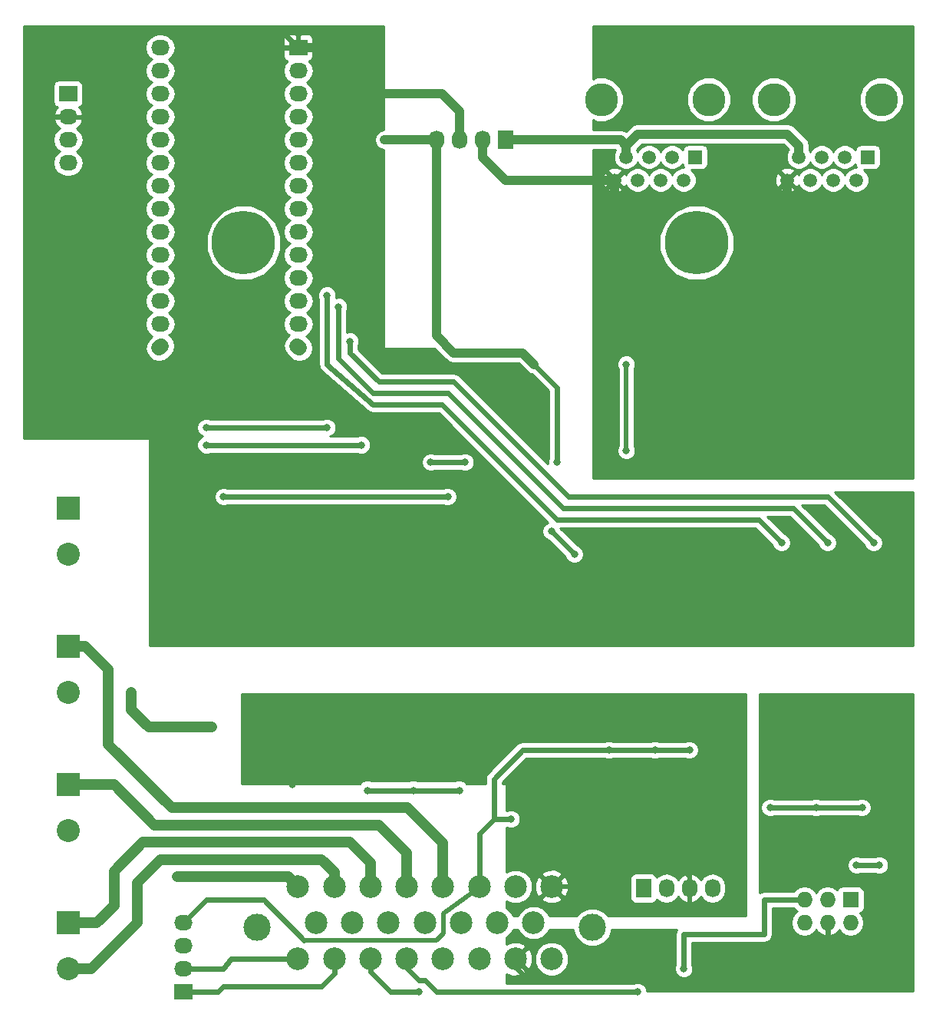
<source format=gbr>
G04 #@! TF.FileFunction,Copper,L2,Bot,Signal*
%FSLAX46Y46*%
G04 Gerber Fmt 4.6, Leading zero omitted, Abs format (unit mm)*
G04 Created by KiCad (PCBNEW 4.0.3+e1-6302~38~ubuntu15.10.1-stable) date Thu Nov 17 04:51:28 2016*
%MOMM*%
%LPD*%
G01*
G04 APERTURE LIST*
%ADD10C,0.200000*%
%ADD11R,1.727200X2.032000*%
%ADD12O,1.727200X2.032000*%
%ADD13C,2.500000*%
%ADD14C,3.000000*%
%ADD15C,3.649980*%
%ADD16R,1.501140X1.501140*%
%ADD17C,1.501140*%
%ADD18R,2.540000X2.540000*%
%ADD19C,2.540000*%
%ADD20R,2.032000X1.727200*%
%ADD21O,2.032000X1.727200*%
%ADD22R,1.727200X1.727200*%
%ADD23O,1.727200X1.727200*%
%ADD24C,1.727200*%
%ADD25C,7.000000*%
%ADD26C,0.600000*%
%ADD27C,0.800000*%
%ADD28C,0.600000*%
%ADD29C,1.000000*%
%ADD30C,0.500000*%
%ADD31C,1.200000*%
%ADD32C,0.254000*%
G04 APERTURE END LIST*
D10*
D11*
X97820000Y-75120000D03*
D12*
X95280000Y-75120000D03*
X92740000Y-75120000D03*
X90200000Y-75120000D03*
D13*
X74930000Y-157480000D03*
X78930000Y-157480000D03*
X82930000Y-157480000D03*
X86930000Y-157480000D03*
X90930000Y-157480000D03*
X94930000Y-157480000D03*
X98930000Y-157480000D03*
X102930000Y-157480000D03*
X100930000Y-161480000D03*
X96930000Y-161480000D03*
X92930000Y-161480000D03*
X88930000Y-161480000D03*
X84930000Y-161480000D03*
X80930000Y-161480000D03*
X76930000Y-161480000D03*
X74930000Y-165480000D03*
X78930000Y-165480000D03*
X82930000Y-165480000D03*
X86930000Y-165480000D03*
X90930000Y-165480000D03*
X94930000Y-165480000D03*
X98930000Y-165480000D03*
X102930000Y-165480000D03*
D14*
X70430000Y-161980000D03*
X107430000Y-161980000D03*
D15*
X127441480Y-70675000D03*
X139310900Y-70675000D03*
D16*
X137825000Y-77025000D03*
D17*
X136555000Y-79565000D03*
X135285000Y-77025000D03*
X134015000Y-79565000D03*
X132745000Y-77025000D03*
X131475000Y-79565000D03*
X130205000Y-77025000D03*
X128935000Y-79565000D03*
D15*
X108391480Y-70675000D03*
X120260900Y-70675000D03*
D16*
X118775000Y-77025000D03*
D17*
X117505000Y-79565000D03*
X116235000Y-77025000D03*
X114965000Y-79565000D03*
X113695000Y-77025000D03*
X112425000Y-79565000D03*
X111155000Y-77025000D03*
X109885000Y-79565000D03*
D18*
X49560000Y-161480000D03*
D19*
X49560000Y-166560000D03*
D18*
X49560000Y-131000000D03*
D19*
X49560000Y-136080000D03*
D18*
X49560000Y-146240000D03*
D19*
X49560000Y-151320000D03*
D11*
X113060000Y-157670000D03*
D12*
X115600000Y-157670000D03*
X118140000Y-157670000D03*
X120680000Y-157670000D03*
D20*
X62260000Y-169100000D03*
D21*
X62260000Y-166560000D03*
X62260000Y-164020000D03*
X62260000Y-161480000D03*
D18*
X49560000Y-115760000D03*
D19*
X49560000Y-120840000D03*
D22*
X135920000Y-158940000D03*
D23*
X135920000Y-161480000D03*
X133380000Y-158940000D03*
X133380000Y-161480000D03*
X130840000Y-158940000D03*
X130840000Y-161480000D03*
D20*
X74960000Y-64960000D03*
D21*
X74960000Y-67500000D03*
X74960000Y-70040000D03*
X74960000Y-72580000D03*
X74960000Y-75120000D03*
X74960000Y-77660000D03*
X74960000Y-80200000D03*
X74960000Y-82740000D03*
X74960000Y-85280000D03*
X74960000Y-87820000D03*
X74960000Y-90360000D03*
X74960000Y-92900000D03*
D24*
X74852237Y-97872237D02*
X75067763Y-98087763D01*
X59612237Y-98087763D02*
X59827763Y-97872237D01*
D21*
X59720000Y-92900000D03*
X59720000Y-90360000D03*
X59720000Y-87820000D03*
X59720000Y-85280000D03*
X59720000Y-82740000D03*
X59720000Y-80200000D03*
X59720000Y-77660000D03*
X59720000Y-75120000D03*
X59720000Y-72580000D03*
X59720000Y-70040000D03*
X59720000Y-67500000D03*
X59720000Y-64960000D03*
X74960000Y-95440000D03*
X59720000Y-95440000D03*
D20*
X49560000Y-70040000D03*
D21*
X49560000Y-72580000D03*
X49560000Y-75120000D03*
X49560000Y-77660000D03*
D25*
X68930000Y-86480000D03*
D26*
X71555000Y-86480000D03*
X70786155Y-88336155D03*
X68930000Y-89105000D03*
X67073845Y-88336155D03*
X66305000Y-86480000D03*
X67073845Y-84623845D03*
X68930000Y-83855000D03*
X70786155Y-84623845D03*
D25*
X118930000Y-86480000D03*
D26*
X121555000Y-86480000D03*
X120786155Y-88336155D03*
X118930000Y-89105000D03*
X117073845Y-88336155D03*
X116305000Y-86480000D03*
X117073845Y-84623845D03*
X118930000Y-83855000D03*
X120786155Y-84623845D03*
D27*
X90200000Y-105600000D03*
X134650000Y-128460000D03*
X129570000Y-128460000D03*
X123220000Y-128460000D03*
X101630000Y-128460000D03*
X95280000Y-128460000D03*
X90200000Y-128460000D03*
X85120000Y-128460000D03*
X76865000Y-128460000D03*
X74325000Y-128460000D03*
X71785000Y-128460000D03*
X68610000Y-128460000D03*
X59085000Y-128460000D03*
X140365000Y-128460000D03*
X99725000Y-104965000D03*
X84485000Y-75120000D03*
X103535000Y-110680000D03*
X100995000Y-99885000D03*
X112425000Y-102425000D03*
X124490000Y-108140000D03*
X132110000Y-107505000D03*
X135285000Y-107505000D03*
X111155000Y-109410000D03*
X111155000Y-99885000D03*
X63530000Y-156400000D03*
X61625000Y-156400000D03*
X54005000Y-164655000D03*
X52735000Y-165925000D03*
X87660000Y-146875000D03*
X82580000Y-146875000D03*
X92740000Y-146875000D03*
X117505000Y-166560000D03*
X88295000Y-169100000D03*
X112425000Y-169100000D03*
X139095000Y-155130000D03*
X136555000Y-155130000D03*
X137190000Y-148780000D03*
X132110000Y-148780000D03*
X127030000Y-148780000D03*
X64800000Y-108775000D03*
X81945000Y-108775000D03*
X64800000Y-106870000D03*
X78135000Y-106870000D03*
X78135000Y-92265000D03*
X128300000Y-119570000D03*
X79405000Y-93535000D03*
X133380000Y-119570000D03*
X80675000Y-97345000D03*
X138460000Y-119570000D03*
X65435000Y-139890000D03*
X56545000Y-137985000D03*
X63530000Y-139890000D03*
X56545000Y-136080000D03*
X98455000Y-150050000D03*
X114330000Y-142430000D03*
X109250000Y-142430000D03*
X118140000Y-142430000D03*
X99725000Y-144970000D03*
X97185000Y-142430000D03*
X104805000Y-143700000D03*
X74325000Y-146240000D03*
X76865000Y-139255000D03*
X74325000Y-139255000D03*
X71785000Y-139255000D03*
X69245000Y-139255000D03*
X115600000Y-143700000D03*
X110520000Y-148780000D03*
X115600000Y-141160000D03*
X110520000Y-141160000D03*
X104170000Y-141160000D03*
X66705000Y-114490000D03*
X91470000Y-114490000D03*
X102900000Y-118300000D03*
X105440000Y-120840000D03*
X93375000Y-110680000D03*
X89565000Y-110680000D03*
D28*
X71150000Y-64960000D02*
X74960000Y-64960000D01*
X62895000Y-73215000D02*
X71150000Y-64960000D01*
X62895000Y-89090000D02*
X62895000Y-73215000D01*
X79405000Y-105600000D02*
X62895000Y-89090000D01*
X90200000Y-105600000D02*
X79405000Y-105600000D01*
D29*
X77500000Y-64960000D02*
X77500000Y-70040000D01*
X90835000Y-70040000D02*
X92740000Y-71945000D01*
X77500000Y-70040000D02*
X90835000Y-70040000D01*
X92740000Y-75120000D02*
X92740000Y-71945000D01*
D28*
X59720000Y-130365000D02*
X59720000Y-130365000D01*
X59085000Y-129730000D02*
X59085000Y-107505000D01*
X59720000Y-130365000D02*
X59085000Y-129730000D01*
X46385000Y-102425000D02*
X46385000Y-72580000D01*
X59085000Y-107505000D02*
X56545000Y-104965000D01*
X56545000Y-104965000D02*
X48925000Y-104965000D01*
X48925000Y-104965000D02*
X46385000Y-102425000D01*
X49560000Y-72580000D02*
X46385000Y-72580000D01*
X73055000Y-63055000D02*
X74960000Y-64960000D01*
D30*
X57815000Y-63055000D02*
X73055000Y-63055000D01*
D28*
X57180000Y-63690000D02*
X57815000Y-63055000D01*
X49560000Y-63690000D02*
X57180000Y-63690000D01*
X46385000Y-66865000D02*
X49560000Y-63690000D01*
X46385000Y-72580000D02*
X46385000Y-66865000D01*
X46385000Y-66865000D02*
X46385000Y-66865000D01*
D30*
X134650000Y-128460000D02*
X134650000Y-130365000D01*
X129570000Y-128460000D02*
X129570000Y-130365000D01*
X123220000Y-128460000D02*
X123220000Y-130365000D01*
X101630000Y-128460000D02*
X101630000Y-130365000D01*
X95280000Y-128460000D02*
X95280000Y-130365000D01*
X90200000Y-128460000D02*
X90200000Y-130365000D01*
X85120000Y-128460000D02*
X85120000Y-130365000D01*
X76865000Y-128460000D02*
X76865000Y-130365000D01*
X74325000Y-128460000D02*
X74325000Y-130365000D01*
X71785000Y-130365000D02*
X71785000Y-128460000D01*
X68610000Y-128460000D02*
X68610000Y-130365000D01*
D28*
X59085000Y-129730000D02*
X59085000Y-128460000D01*
X59720000Y-130365000D02*
X59085000Y-129730000D01*
D30*
X139730000Y-130365000D02*
X134650000Y-130365000D01*
X134650000Y-130365000D02*
X129570000Y-130365000D01*
X129570000Y-130365000D02*
X123220000Y-130365000D01*
X123220000Y-130365000D02*
X101630000Y-130365000D01*
X101630000Y-130365000D02*
X95280000Y-130365000D01*
X95280000Y-130365000D02*
X90200000Y-130365000D01*
X90200000Y-130365000D02*
X85120000Y-130365000D01*
X85120000Y-130365000D02*
X76865000Y-130365000D01*
X76865000Y-130365000D02*
X74325000Y-130365000D01*
X74325000Y-130365000D02*
X71785000Y-130365000D01*
X71785000Y-130365000D02*
X68610000Y-130365000D01*
X68610000Y-130365000D02*
X59720000Y-130365000D01*
X140365000Y-129730000D02*
X139730000Y-130365000D01*
X140365000Y-128460000D02*
X140365000Y-129730000D01*
D28*
X77500000Y-75755000D02*
X77500000Y-64960000D01*
X81945000Y-80200000D02*
X77500000Y-75755000D01*
X81945000Y-97980000D02*
X81945000Y-80200000D01*
X84485000Y-100520000D02*
X81945000Y-97980000D01*
X95280000Y-100520000D02*
X84485000Y-100520000D01*
X99725000Y-104965000D02*
X95280000Y-100520000D01*
X77500000Y-64960000D02*
X77500000Y-64960000D01*
D29*
X74960000Y-64960000D02*
X77500000Y-64960000D01*
X84485000Y-75120000D02*
X90200000Y-75120000D01*
D28*
X103535000Y-102425000D02*
X100995000Y-99885000D01*
X103535000Y-110680000D02*
X103535000Y-102425000D01*
D29*
X100995000Y-99885000D02*
X99725000Y-98615000D01*
X92105000Y-98615000D02*
X90200000Y-96710000D01*
X90200000Y-96710000D02*
X90200000Y-75120000D01*
X99725000Y-98615000D02*
X92105000Y-98615000D01*
D28*
X113060000Y-91630000D02*
X113060000Y-101790000D01*
X113060000Y-101790000D02*
X112425000Y-102425000D01*
D29*
X109885000Y-79565000D02*
X109885000Y-82105000D01*
X109885000Y-82105000D02*
X113060000Y-85280000D01*
X128935000Y-89725000D02*
X128935000Y-79565000D01*
X127030000Y-91630000D02*
X128935000Y-89725000D01*
X113060000Y-85280000D02*
X113060000Y-91630000D01*
X113060000Y-91630000D02*
X127030000Y-91630000D01*
X109885000Y-79565000D02*
X97820000Y-79565000D01*
X95280000Y-77025000D02*
X95280000Y-75120000D01*
X97820000Y-79565000D02*
X95280000Y-77025000D01*
D28*
X131475000Y-108140000D02*
X132110000Y-107505000D01*
X124490000Y-108140000D02*
X131475000Y-108140000D01*
X132110000Y-107505000D02*
X135285000Y-107505000D01*
D30*
X111155000Y-99885000D02*
X111155000Y-109410000D01*
D29*
X97820000Y-75120000D02*
X110520000Y-75120000D01*
X110520000Y-75120000D02*
X111155000Y-75755000D01*
X130205000Y-77025000D02*
X130205000Y-75755000D01*
X130205000Y-75755000D02*
X128935000Y-74485000D01*
X128935000Y-74485000D02*
X112425000Y-74485000D01*
X112425000Y-74485000D02*
X111155000Y-75755000D01*
X111155000Y-75755000D02*
X111155000Y-77025000D01*
D31*
X63530000Y-156400000D02*
X73850000Y-156400000D01*
X73850000Y-156400000D02*
X74930000Y-157480000D01*
X61625000Y-156400000D02*
X63530000Y-156400000D01*
X74485000Y-157035000D02*
X74930000Y-157480000D01*
X52735000Y-165925000D02*
X52100000Y-166560000D01*
X52100000Y-166560000D02*
X49560000Y-166560000D01*
X60990000Y-154495000D02*
X59720000Y-154495000D01*
X60990000Y-154495000D02*
X77500000Y-154495000D01*
X77500000Y-154495000D02*
X78930000Y-155925000D01*
X78930000Y-157480000D02*
X78930000Y-155925000D01*
X57180000Y-161480000D02*
X54005000Y-164655000D01*
X57180000Y-157035000D02*
X57180000Y-161480000D01*
X59720000Y-154495000D02*
X57180000Y-157035000D01*
X52735000Y-165925000D02*
X54005000Y-164655000D01*
D28*
X92740000Y-146875000D02*
X87660000Y-146875000D01*
X87660000Y-146875000D02*
X82580000Y-146875000D01*
D31*
X59720000Y-152590000D02*
X57815000Y-152590000D01*
X59720000Y-152590000D02*
X80675000Y-152590000D01*
X80675000Y-152590000D02*
X82930000Y-154845000D01*
X82930000Y-157480000D02*
X82930000Y-154845000D01*
X52735000Y-161480000D02*
X49560000Y-161480000D01*
X54640000Y-159575000D02*
X52735000Y-161480000D01*
X54640000Y-155765000D02*
X54640000Y-159575000D01*
X57815000Y-152590000D02*
X54640000Y-155765000D01*
X83850000Y-150685000D02*
X86930000Y-153765000D01*
X49560000Y-146240000D02*
X54640000Y-146240000D01*
X54640000Y-146240000D02*
X59085000Y-150685000D01*
X83850000Y-150685000D02*
X59085000Y-150685000D01*
X86930000Y-153765000D02*
X86930000Y-157480000D01*
X49560000Y-131000000D02*
X51465000Y-131000000D01*
X60989342Y-148779342D02*
X86997368Y-148752368D01*
X54005000Y-141795000D02*
X60989342Y-148779342D01*
X54005000Y-133540000D02*
X54005000Y-141795000D01*
X51465000Y-131000000D02*
X54005000Y-133540000D01*
X90930000Y-152685000D02*
X90930000Y-157480000D01*
X86997368Y-148752368D02*
X90930000Y-152685000D01*
D28*
X62260000Y-166560000D02*
X66705000Y-166560000D01*
X67530000Y-165480000D02*
X66705000Y-166560000D01*
X67530000Y-165480000D02*
X74930000Y-165480000D01*
X62260000Y-169100000D02*
X66070000Y-169100000D01*
X66070000Y-169100000D02*
X66705000Y-168465000D01*
X66705000Y-168465000D02*
X77500000Y-168465000D01*
X77500000Y-168465000D02*
X78930000Y-167035000D01*
X78930000Y-167035000D02*
X78930000Y-165480000D01*
X82930000Y-166910000D02*
X85120000Y-169100000D01*
X82930000Y-165480000D02*
X82930000Y-166910000D01*
X85120000Y-169100000D02*
X88295000Y-169100000D01*
X126395000Y-158940000D02*
X130840000Y-158940000D01*
X126395000Y-162750000D02*
X126395000Y-158940000D01*
X117505000Y-162750000D02*
X126395000Y-162750000D01*
X117505000Y-166560000D02*
X117505000Y-162750000D01*
X90200000Y-169100000D02*
X88930000Y-167830000D01*
X112425000Y-169100000D02*
X90200000Y-169100000D01*
X86930000Y-165480000D02*
X86930000Y-166465000D01*
X86930000Y-166465000D02*
X88295000Y-167830000D01*
X139095000Y-155130000D02*
X136555000Y-155130000D01*
X88295000Y-167830000D02*
X88930000Y-167830000D01*
X87025000Y-165925000D02*
X86930000Y-165480000D01*
X132110000Y-148780000D02*
X137190000Y-148780000D01*
X127030000Y-148780000D02*
X132110000Y-148780000D01*
X98930000Y-165480000D02*
X98930000Y-166400000D01*
X98930000Y-166400000D02*
X100360000Y-167830000D01*
X100360000Y-167830000D02*
X114330000Y-167830000D01*
X114330000Y-167830000D02*
X114965000Y-168465000D01*
X114965000Y-168465000D02*
X130840000Y-168465000D01*
X130840000Y-168465000D02*
X133380000Y-165290000D01*
X133380000Y-165290000D02*
X133380000Y-161480000D01*
X81945000Y-108775000D02*
X64800000Y-108775000D01*
X78135000Y-106870000D02*
X64800000Y-106870000D01*
X103535000Y-117030000D02*
X125760000Y-117030000D01*
X83215000Y-104330000D02*
X78135000Y-99885000D01*
X90835000Y-104330000D02*
X83215000Y-104330000D01*
X103535000Y-117030000D02*
X90835000Y-104330000D01*
X78135000Y-99885000D02*
X78135000Y-92265000D01*
X128300000Y-119570000D02*
X125760000Y-117030000D01*
X133380000Y-119570000D02*
X129570000Y-115760000D01*
X129570000Y-115760000D02*
X104170000Y-115760000D01*
X79405000Y-99250000D02*
X83215000Y-103060000D01*
X83215000Y-103060000D02*
X91470000Y-103060000D01*
X91470000Y-103060000D02*
X104170000Y-115760000D01*
X79405000Y-93535000D02*
X79405000Y-99250000D01*
X138460000Y-119570000D02*
X133380000Y-114490000D01*
X133380000Y-114490000D02*
X104805000Y-114490000D01*
X80675000Y-98615000D02*
X80675000Y-97345000D01*
X104805000Y-114490000D02*
X92105000Y-101790000D01*
X92105000Y-101790000D02*
X83850000Y-101790000D01*
X83850000Y-101790000D02*
X80675000Y-98615000D01*
D31*
X63530000Y-139890000D02*
X65435000Y-139890000D01*
X56545000Y-136080000D02*
X56545000Y-137985000D01*
X56545000Y-137985000D02*
X58450000Y-139890000D01*
X58450000Y-139890000D02*
X63530000Y-139890000D01*
D28*
X96550000Y-150050000D02*
X98455000Y-150050000D01*
X62260000Y-161480000D02*
X64800000Y-158940000D01*
D30*
X90962000Y-160464000D02*
X94931000Y-157543000D01*
D28*
X71150000Y-158940000D02*
X64800000Y-158940000D01*
D30*
X90200000Y-163385000D02*
X90962000Y-162623000D01*
X75595000Y-163385000D02*
X90200000Y-163385000D01*
D28*
X71150000Y-158940000D02*
X75595000Y-163385000D01*
D30*
X90962000Y-162623000D02*
X90962000Y-160464000D01*
X94930000Y-157480000D02*
X95026000Y-157543000D01*
X95026000Y-157543000D02*
X94931000Y-157543000D01*
D28*
X96550000Y-150050000D02*
X96550000Y-145605000D01*
X99725000Y-142430000D02*
X109250000Y-142430000D01*
X96550000Y-145605000D02*
X99725000Y-142430000D01*
X94930000Y-157480000D02*
X94930000Y-151670000D01*
X96550000Y-150050000D02*
X94930000Y-151670000D01*
X114330000Y-142430000D02*
X109250000Y-142430000D01*
X118140000Y-142430000D02*
X114330000Y-142430000D01*
X97185000Y-139255000D02*
X97185000Y-142430000D01*
X100995000Y-143700000D02*
X104805000Y-143700000D01*
X99725000Y-144970000D02*
X100995000Y-143700000D01*
X105440000Y-143700000D02*
X110520000Y-148780000D01*
X104805000Y-143700000D02*
X105440000Y-143700000D01*
X74325000Y-146240000D02*
X74325000Y-139255000D01*
X71785000Y-139255000D02*
X74325000Y-139255000D01*
X74325000Y-139255000D02*
X74325000Y-139255000D01*
X74325000Y-139255000D02*
X76865000Y-139255000D01*
X76865000Y-139255000D02*
X97185000Y-139255000D01*
X97185000Y-139255000D02*
X102265000Y-139255000D01*
X102265000Y-139255000D02*
X104170000Y-141160000D01*
X69245000Y-139255000D02*
X71785000Y-139255000D01*
D30*
X110520000Y-155765000D02*
X117505000Y-155765000D01*
X118140000Y-156400000D02*
X118140000Y-157670000D01*
X117505000Y-155765000D02*
X118140000Y-156400000D01*
X102930000Y-157480000D02*
X108805000Y-157480000D01*
X110520000Y-155765000D02*
X110520000Y-148780000D01*
X108805000Y-157480000D02*
X110520000Y-155765000D01*
X115600000Y-143700000D02*
X110520000Y-148780000D01*
D28*
X110520000Y-141160000D02*
X115600000Y-141160000D01*
X110520000Y-141160000D02*
X110520000Y-141160000D01*
X110520000Y-141160000D02*
X104170000Y-141160000D01*
X66705000Y-114490000D02*
X91470000Y-114490000D01*
X105440000Y-120840000D02*
X102900000Y-118300000D01*
X93375000Y-110680000D02*
X89565000Y-110680000D01*
D32*
G36*
X142778000Y-112458000D02*
X107472000Y-112458000D01*
X107472000Y-100089971D01*
X110119821Y-100089971D01*
X110270000Y-100453433D01*
X110270000Y-108842415D01*
X110120180Y-109203223D01*
X110119821Y-109614971D01*
X110277058Y-109995515D01*
X110567954Y-110286919D01*
X110948223Y-110444820D01*
X111359971Y-110445179D01*
X111740515Y-110287942D01*
X112031919Y-109997046D01*
X112189820Y-109616777D01*
X112190179Y-109205029D01*
X112040000Y-108841567D01*
X112040000Y-100452585D01*
X112189820Y-100091777D01*
X112190179Y-99680029D01*
X112032942Y-99299485D01*
X111742046Y-99008081D01*
X111361777Y-98850180D01*
X110950029Y-98849821D01*
X110569485Y-99007058D01*
X110278081Y-99297954D01*
X110120180Y-99678223D01*
X110119821Y-100089971D01*
X107472000Y-100089971D01*
X107472000Y-87298894D01*
X114794284Y-87298894D01*
X115422474Y-88819229D01*
X116584653Y-89983438D01*
X118103889Y-90614280D01*
X119748894Y-90615716D01*
X121269229Y-89987526D01*
X122433438Y-88825347D01*
X123064280Y-87306111D01*
X123065716Y-85661106D01*
X122437526Y-84140771D01*
X121275347Y-82976562D01*
X119756111Y-82345720D01*
X118111106Y-82344284D01*
X116590771Y-82972474D01*
X115426562Y-84134653D01*
X114795720Y-85653889D01*
X114794284Y-87298894D01*
X107472000Y-87298894D01*
X107472000Y-80536930D01*
X109092675Y-80536930D01*
X109160735Y-80777931D01*
X109680034Y-80962767D01*
X110230538Y-80934805D01*
X110609265Y-80777931D01*
X110677325Y-80536930D01*
X109885000Y-79744605D01*
X109092675Y-80536930D01*
X107472000Y-80536930D01*
X107472000Y-79360034D01*
X108487233Y-79360034D01*
X108515195Y-79910538D01*
X108672069Y-80289265D01*
X108913070Y-80357325D01*
X109705395Y-79565000D01*
X108913070Y-78772675D01*
X108672069Y-78840735D01*
X108487233Y-79360034D01*
X107472000Y-79360034D01*
X107472000Y-78593070D01*
X109092675Y-78593070D01*
X109885000Y-79385395D01*
X110677325Y-78593070D01*
X110609265Y-78352069D01*
X110089966Y-78167233D01*
X109539462Y-78195195D01*
X109160735Y-78352069D01*
X109092675Y-78593070D01*
X107472000Y-78593070D01*
X107472000Y-76255000D01*
X109974459Y-76255000D01*
X109769671Y-76748184D01*
X109769190Y-77299398D01*
X109979686Y-77808837D01*
X110369113Y-78198944D01*
X110878184Y-78410329D01*
X111429398Y-78410810D01*
X111938837Y-78200314D01*
X112328944Y-77810887D01*
X112424975Y-77579619D01*
X112519686Y-77808837D01*
X112909113Y-78198944D01*
X113418184Y-78410329D01*
X113969398Y-78410810D01*
X114478837Y-78200314D01*
X114868944Y-77810887D01*
X114964975Y-77579619D01*
X115059686Y-77808837D01*
X115449113Y-78198944D01*
X115958184Y-78410329D01*
X116509398Y-78410810D01*
X117018837Y-78200314D01*
X117387637Y-77832156D01*
X117421268Y-78010887D01*
X117529736Y-78179451D01*
X117230602Y-78179190D01*
X116721163Y-78389686D01*
X116331056Y-78779113D01*
X116235025Y-79010381D01*
X116140314Y-78781163D01*
X115750887Y-78391056D01*
X115241816Y-78179671D01*
X114690602Y-78179190D01*
X114181163Y-78389686D01*
X113791056Y-78779113D01*
X113695025Y-79010381D01*
X113600314Y-78781163D01*
X113210887Y-78391056D01*
X112701816Y-78179671D01*
X112150602Y-78179190D01*
X111641163Y-78389686D01*
X111251056Y-78779113D01*
X111161621Y-78994496D01*
X111097931Y-78840735D01*
X110856930Y-78772675D01*
X110064605Y-79565000D01*
X110856930Y-80357325D01*
X111097931Y-80289265D01*
X111156769Y-80123960D01*
X111249686Y-80348837D01*
X111639113Y-80738944D01*
X112148184Y-80950329D01*
X112699398Y-80950810D01*
X113208837Y-80740314D01*
X113598944Y-80350887D01*
X113694975Y-80119619D01*
X113789686Y-80348837D01*
X114179113Y-80738944D01*
X114688184Y-80950329D01*
X115239398Y-80950810D01*
X115748837Y-80740314D01*
X116138944Y-80350887D01*
X116234975Y-80119619D01*
X116329686Y-80348837D01*
X116719113Y-80738944D01*
X117228184Y-80950329D01*
X117779398Y-80950810D01*
X118288837Y-80740314D01*
X118492576Y-80536930D01*
X128142675Y-80536930D01*
X128210735Y-80777931D01*
X128730034Y-80962767D01*
X129280538Y-80934805D01*
X129659265Y-80777931D01*
X129727325Y-80536930D01*
X128935000Y-79744605D01*
X128142675Y-80536930D01*
X118492576Y-80536930D01*
X118678944Y-80350887D01*
X118890329Y-79841816D01*
X118890749Y-79360034D01*
X127537233Y-79360034D01*
X127565195Y-79910538D01*
X127722069Y-80289265D01*
X127963070Y-80357325D01*
X128755395Y-79565000D01*
X127963070Y-78772675D01*
X127722069Y-78840735D01*
X127537233Y-79360034D01*
X118890749Y-79360034D01*
X118890810Y-79290602D01*
X118680314Y-78781163D01*
X118492549Y-78593070D01*
X128142675Y-78593070D01*
X128935000Y-79385395D01*
X129727325Y-78593070D01*
X129659265Y-78352069D01*
X129139966Y-78167233D01*
X128589462Y-78195195D01*
X128210735Y-78352069D01*
X128142675Y-78593070D01*
X118492549Y-78593070D01*
X118322785Y-78423010D01*
X119525570Y-78423010D01*
X119760887Y-78378732D01*
X119977011Y-78239660D01*
X120122001Y-78027460D01*
X120173010Y-77775570D01*
X120173010Y-76274430D01*
X120128732Y-76039113D01*
X119989660Y-75822989D01*
X119777460Y-75677999D01*
X119525570Y-75626990D01*
X118024430Y-75626990D01*
X117789113Y-75671268D01*
X117572989Y-75810340D01*
X117427999Y-76022540D01*
X117388211Y-76219021D01*
X117020887Y-75851056D01*
X116511816Y-75639671D01*
X115960602Y-75639190D01*
X115451163Y-75849686D01*
X115061056Y-76239113D01*
X114965025Y-76470381D01*
X114870314Y-76241163D01*
X114480887Y-75851056D01*
X113971816Y-75639671D01*
X113420602Y-75639190D01*
X112911163Y-75849686D01*
X112521056Y-76239113D01*
X112425025Y-76470381D01*
X112330314Y-76241163D01*
X112302166Y-76212966D01*
X112895132Y-75620000D01*
X128464868Y-75620000D01*
X129057542Y-76212674D01*
X129031056Y-76239113D01*
X128819671Y-76748184D01*
X128819190Y-77299398D01*
X129029686Y-77808837D01*
X129419113Y-78198944D01*
X129928184Y-78410329D01*
X130479398Y-78410810D01*
X130988837Y-78200314D01*
X131378944Y-77810887D01*
X131474975Y-77579619D01*
X131569686Y-77808837D01*
X131959113Y-78198944D01*
X132468184Y-78410329D01*
X133019398Y-78410810D01*
X133528837Y-78200314D01*
X133918944Y-77810887D01*
X134014975Y-77579619D01*
X134109686Y-77808837D01*
X134499113Y-78198944D01*
X135008184Y-78410329D01*
X135559398Y-78410810D01*
X136068837Y-78200314D01*
X136437637Y-77832156D01*
X136471268Y-78010887D01*
X136579736Y-78179451D01*
X136280602Y-78179190D01*
X135771163Y-78389686D01*
X135381056Y-78779113D01*
X135285025Y-79010381D01*
X135190314Y-78781163D01*
X134800887Y-78391056D01*
X134291816Y-78179671D01*
X133740602Y-78179190D01*
X133231163Y-78389686D01*
X132841056Y-78779113D01*
X132745025Y-79010381D01*
X132650314Y-78781163D01*
X132260887Y-78391056D01*
X131751816Y-78179671D01*
X131200602Y-78179190D01*
X130691163Y-78389686D01*
X130301056Y-78779113D01*
X130211621Y-78994496D01*
X130147931Y-78840735D01*
X129906930Y-78772675D01*
X129114605Y-79565000D01*
X129906930Y-80357325D01*
X130147931Y-80289265D01*
X130206769Y-80123960D01*
X130299686Y-80348837D01*
X130689113Y-80738944D01*
X131198184Y-80950329D01*
X131749398Y-80950810D01*
X132258837Y-80740314D01*
X132648944Y-80350887D01*
X132744975Y-80119619D01*
X132839686Y-80348837D01*
X133229113Y-80738944D01*
X133738184Y-80950329D01*
X134289398Y-80950810D01*
X134798837Y-80740314D01*
X135188944Y-80350887D01*
X135284975Y-80119619D01*
X135379686Y-80348837D01*
X135769113Y-80738944D01*
X136278184Y-80950329D01*
X136829398Y-80950810D01*
X137338837Y-80740314D01*
X137728944Y-80350887D01*
X137940329Y-79841816D01*
X137940810Y-79290602D01*
X137730314Y-78781163D01*
X137372785Y-78423010D01*
X138575570Y-78423010D01*
X138810887Y-78378732D01*
X139027011Y-78239660D01*
X139172001Y-78027460D01*
X139223010Y-77775570D01*
X139223010Y-76274430D01*
X139178732Y-76039113D01*
X139039660Y-75822989D01*
X138827460Y-75677999D01*
X138575570Y-75626990D01*
X137074430Y-75626990D01*
X136839113Y-75671268D01*
X136622989Y-75810340D01*
X136477999Y-76022540D01*
X136438211Y-76219021D01*
X136070887Y-75851056D01*
X135561816Y-75639671D01*
X135010602Y-75639190D01*
X134501163Y-75849686D01*
X134111056Y-76239113D01*
X134015025Y-76470381D01*
X133920314Y-76241163D01*
X133530887Y-75851056D01*
X133021816Y-75639671D01*
X132470602Y-75639190D01*
X131961163Y-75849686D01*
X131571056Y-76239113D01*
X131475025Y-76470381D01*
X131380314Y-76241163D01*
X131340000Y-76200779D01*
X131340000Y-75755000D01*
X131253603Y-75320654D01*
X131007566Y-74952434D01*
X129737566Y-73682434D01*
X129369346Y-73436397D01*
X128935000Y-73350000D01*
X112425000Y-73350000D01*
X111990654Y-73436397D01*
X111622434Y-73682434D01*
X111121669Y-74183199D01*
X110954346Y-74071397D01*
X110520000Y-73985000D01*
X107472000Y-73985000D01*
X107472000Y-72956836D01*
X107900011Y-73134562D01*
X108878655Y-73135416D01*
X109783132Y-72761694D01*
X110475742Y-72070292D01*
X110851042Y-71166469D01*
X110851045Y-71162175D01*
X117800484Y-71162175D01*
X118174206Y-72066652D01*
X118865608Y-72759262D01*
X119769431Y-73134562D01*
X120748075Y-73135416D01*
X121652552Y-72761694D01*
X122345162Y-72070292D01*
X122720462Y-71166469D01*
X122720465Y-71162175D01*
X124981064Y-71162175D01*
X125354786Y-72066652D01*
X126046188Y-72759262D01*
X126950011Y-73134562D01*
X127928655Y-73135416D01*
X128833132Y-72761694D01*
X129525742Y-72070292D01*
X129901042Y-71166469D01*
X129901045Y-71162175D01*
X136850484Y-71162175D01*
X137224206Y-72066652D01*
X137915608Y-72759262D01*
X138819431Y-73134562D01*
X139798075Y-73135416D01*
X140702552Y-72761694D01*
X141395162Y-72070292D01*
X141770462Y-71166469D01*
X141771316Y-70187825D01*
X141397594Y-69283348D01*
X140706192Y-68590738D01*
X139802369Y-68215438D01*
X138823725Y-68214584D01*
X137919248Y-68588306D01*
X137226638Y-69279708D01*
X136851338Y-70183531D01*
X136850484Y-71162175D01*
X129901045Y-71162175D01*
X129901896Y-70187825D01*
X129528174Y-69283348D01*
X128836772Y-68590738D01*
X127932949Y-68215438D01*
X126954305Y-68214584D01*
X126049828Y-68588306D01*
X125357218Y-69279708D01*
X124981918Y-70183531D01*
X124981064Y-71162175D01*
X122720465Y-71162175D01*
X122721316Y-70187825D01*
X122347594Y-69283348D01*
X121656192Y-68590738D01*
X120752369Y-68215438D01*
X119773725Y-68214584D01*
X118869248Y-68588306D01*
X118176638Y-69279708D01*
X117801338Y-70183531D01*
X117800484Y-71162175D01*
X110851045Y-71162175D01*
X110851896Y-70187825D01*
X110478174Y-69283348D01*
X109786772Y-68590738D01*
X108882949Y-68215438D01*
X107904305Y-68214584D01*
X107472000Y-68393209D01*
X107472000Y-62547000D01*
X142778000Y-62547000D01*
X142778000Y-112458000D01*
X142778000Y-112458000D01*
G37*
X142778000Y-112458000D02*
X107472000Y-112458000D01*
X107472000Y-100089971D01*
X110119821Y-100089971D01*
X110270000Y-100453433D01*
X110270000Y-108842415D01*
X110120180Y-109203223D01*
X110119821Y-109614971D01*
X110277058Y-109995515D01*
X110567954Y-110286919D01*
X110948223Y-110444820D01*
X111359971Y-110445179D01*
X111740515Y-110287942D01*
X112031919Y-109997046D01*
X112189820Y-109616777D01*
X112190179Y-109205029D01*
X112040000Y-108841567D01*
X112040000Y-100452585D01*
X112189820Y-100091777D01*
X112190179Y-99680029D01*
X112032942Y-99299485D01*
X111742046Y-99008081D01*
X111361777Y-98850180D01*
X110950029Y-98849821D01*
X110569485Y-99007058D01*
X110278081Y-99297954D01*
X110120180Y-99678223D01*
X110119821Y-100089971D01*
X107472000Y-100089971D01*
X107472000Y-87298894D01*
X114794284Y-87298894D01*
X115422474Y-88819229D01*
X116584653Y-89983438D01*
X118103889Y-90614280D01*
X119748894Y-90615716D01*
X121269229Y-89987526D01*
X122433438Y-88825347D01*
X123064280Y-87306111D01*
X123065716Y-85661106D01*
X122437526Y-84140771D01*
X121275347Y-82976562D01*
X119756111Y-82345720D01*
X118111106Y-82344284D01*
X116590771Y-82972474D01*
X115426562Y-84134653D01*
X114795720Y-85653889D01*
X114794284Y-87298894D01*
X107472000Y-87298894D01*
X107472000Y-80536930D01*
X109092675Y-80536930D01*
X109160735Y-80777931D01*
X109680034Y-80962767D01*
X110230538Y-80934805D01*
X110609265Y-80777931D01*
X110677325Y-80536930D01*
X109885000Y-79744605D01*
X109092675Y-80536930D01*
X107472000Y-80536930D01*
X107472000Y-79360034D01*
X108487233Y-79360034D01*
X108515195Y-79910538D01*
X108672069Y-80289265D01*
X108913070Y-80357325D01*
X109705395Y-79565000D01*
X108913070Y-78772675D01*
X108672069Y-78840735D01*
X108487233Y-79360034D01*
X107472000Y-79360034D01*
X107472000Y-78593070D01*
X109092675Y-78593070D01*
X109885000Y-79385395D01*
X110677325Y-78593070D01*
X110609265Y-78352069D01*
X110089966Y-78167233D01*
X109539462Y-78195195D01*
X109160735Y-78352069D01*
X109092675Y-78593070D01*
X107472000Y-78593070D01*
X107472000Y-76255000D01*
X109974459Y-76255000D01*
X109769671Y-76748184D01*
X109769190Y-77299398D01*
X109979686Y-77808837D01*
X110369113Y-78198944D01*
X110878184Y-78410329D01*
X111429398Y-78410810D01*
X111938837Y-78200314D01*
X112328944Y-77810887D01*
X112424975Y-77579619D01*
X112519686Y-77808837D01*
X112909113Y-78198944D01*
X113418184Y-78410329D01*
X113969398Y-78410810D01*
X114478837Y-78200314D01*
X114868944Y-77810887D01*
X114964975Y-77579619D01*
X115059686Y-77808837D01*
X115449113Y-78198944D01*
X115958184Y-78410329D01*
X116509398Y-78410810D01*
X117018837Y-78200314D01*
X117387637Y-77832156D01*
X117421268Y-78010887D01*
X117529736Y-78179451D01*
X117230602Y-78179190D01*
X116721163Y-78389686D01*
X116331056Y-78779113D01*
X116235025Y-79010381D01*
X116140314Y-78781163D01*
X115750887Y-78391056D01*
X115241816Y-78179671D01*
X114690602Y-78179190D01*
X114181163Y-78389686D01*
X113791056Y-78779113D01*
X113695025Y-79010381D01*
X113600314Y-78781163D01*
X113210887Y-78391056D01*
X112701816Y-78179671D01*
X112150602Y-78179190D01*
X111641163Y-78389686D01*
X111251056Y-78779113D01*
X111161621Y-78994496D01*
X111097931Y-78840735D01*
X110856930Y-78772675D01*
X110064605Y-79565000D01*
X110856930Y-80357325D01*
X111097931Y-80289265D01*
X111156769Y-80123960D01*
X111249686Y-80348837D01*
X111639113Y-80738944D01*
X112148184Y-80950329D01*
X112699398Y-80950810D01*
X113208837Y-80740314D01*
X113598944Y-80350887D01*
X113694975Y-80119619D01*
X113789686Y-80348837D01*
X114179113Y-80738944D01*
X114688184Y-80950329D01*
X115239398Y-80950810D01*
X115748837Y-80740314D01*
X116138944Y-80350887D01*
X116234975Y-80119619D01*
X116329686Y-80348837D01*
X116719113Y-80738944D01*
X117228184Y-80950329D01*
X117779398Y-80950810D01*
X118288837Y-80740314D01*
X118492576Y-80536930D01*
X128142675Y-80536930D01*
X128210735Y-80777931D01*
X128730034Y-80962767D01*
X129280538Y-80934805D01*
X129659265Y-80777931D01*
X129727325Y-80536930D01*
X128935000Y-79744605D01*
X128142675Y-80536930D01*
X118492576Y-80536930D01*
X118678944Y-80350887D01*
X118890329Y-79841816D01*
X118890749Y-79360034D01*
X127537233Y-79360034D01*
X127565195Y-79910538D01*
X127722069Y-80289265D01*
X127963070Y-80357325D01*
X128755395Y-79565000D01*
X127963070Y-78772675D01*
X127722069Y-78840735D01*
X127537233Y-79360034D01*
X118890749Y-79360034D01*
X118890810Y-79290602D01*
X118680314Y-78781163D01*
X118492549Y-78593070D01*
X128142675Y-78593070D01*
X128935000Y-79385395D01*
X129727325Y-78593070D01*
X129659265Y-78352069D01*
X129139966Y-78167233D01*
X128589462Y-78195195D01*
X128210735Y-78352069D01*
X128142675Y-78593070D01*
X118492549Y-78593070D01*
X118322785Y-78423010D01*
X119525570Y-78423010D01*
X119760887Y-78378732D01*
X119977011Y-78239660D01*
X120122001Y-78027460D01*
X120173010Y-77775570D01*
X120173010Y-76274430D01*
X120128732Y-76039113D01*
X119989660Y-75822989D01*
X119777460Y-75677999D01*
X119525570Y-75626990D01*
X118024430Y-75626990D01*
X117789113Y-75671268D01*
X117572989Y-75810340D01*
X117427999Y-76022540D01*
X117388211Y-76219021D01*
X117020887Y-75851056D01*
X116511816Y-75639671D01*
X115960602Y-75639190D01*
X115451163Y-75849686D01*
X115061056Y-76239113D01*
X114965025Y-76470381D01*
X114870314Y-76241163D01*
X114480887Y-75851056D01*
X113971816Y-75639671D01*
X113420602Y-75639190D01*
X112911163Y-75849686D01*
X112521056Y-76239113D01*
X112425025Y-76470381D01*
X112330314Y-76241163D01*
X112302166Y-76212966D01*
X112895132Y-75620000D01*
X128464868Y-75620000D01*
X129057542Y-76212674D01*
X129031056Y-76239113D01*
X128819671Y-76748184D01*
X128819190Y-77299398D01*
X129029686Y-77808837D01*
X129419113Y-78198944D01*
X129928184Y-78410329D01*
X130479398Y-78410810D01*
X130988837Y-78200314D01*
X131378944Y-77810887D01*
X131474975Y-77579619D01*
X131569686Y-77808837D01*
X131959113Y-78198944D01*
X132468184Y-78410329D01*
X133019398Y-78410810D01*
X133528837Y-78200314D01*
X133918944Y-77810887D01*
X134014975Y-77579619D01*
X134109686Y-77808837D01*
X134499113Y-78198944D01*
X135008184Y-78410329D01*
X135559398Y-78410810D01*
X136068837Y-78200314D01*
X136437637Y-77832156D01*
X136471268Y-78010887D01*
X136579736Y-78179451D01*
X136280602Y-78179190D01*
X135771163Y-78389686D01*
X135381056Y-78779113D01*
X135285025Y-79010381D01*
X135190314Y-78781163D01*
X134800887Y-78391056D01*
X134291816Y-78179671D01*
X133740602Y-78179190D01*
X133231163Y-78389686D01*
X132841056Y-78779113D01*
X132745025Y-79010381D01*
X132650314Y-78781163D01*
X132260887Y-78391056D01*
X131751816Y-78179671D01*
X131200602Y-78179190D01*
X130691163Y-78389686D01*
X130301056Y-78779113D01*
X130211621Y-78994496D01*
X130147931Y-78840735D01*
X129906930Y-78772675D01*
X129114605Y-79565000D01*
X129906930Y-80357325D01*
X130147931Y-80289265D01*
X130206769Y-80123960D01*
X130299686Y-80348837D01*
X130689113Y-80738944D01*
X131198184Y-80950329D01*
X131749398Y-80950810D01*
X132258837Y-80740314D01*
X132648944Y-80350887D01*
X132744975Y-80119619D01*
X132839686Y-80348837D01*
X133229113Y-80738944D01*
X133738184Y-80950329D01*
X134289398Y-80950810D01*
X134798837Y-80740314D01*
X135188944Y-80350887D01*
X135284975Y-80119619D01*
X135379686Y-80348837D01*
X135769113Y-80738944D01*
X136278184Y-80950329D01*
X136829398Y-80950810D01*
X137338837Y-80740314D01*
X137728944Y-80350887D01*
X137940329Y-79841816D01*
X137940810Y-79290602D01*
X137730314Y-78781163D01*
X137372785Y-78423010D01*
X138575570Y-78423010D01*
X138810887Y-78378732D01*
X139027011Y-78239660D01*
X139172001Y-78027460D01*
X139223010Y-77775570D01*
X139223010Y-76274430D01*
X139178732Y-76039113D01*
X139039660Y-75822989D01*
X138827460Y-75677999D01*
X138575570Y-75626990D01*
X137074430Y-75626990D01*
X136839113Y-75671268D01*
X136622989Y-75810340D01*
X136477999Y-76022540D01*
X136438211Y-76219021D01*
X136070887Y-75851056D01*
X135561816Y-75639671D01*
X135010602Y-75639190D01*
X134501163Y-75849686D01*
X134111056Y-76239113D01*
X134015025Y-76470381D01*
X133920314Y-76241163D01*
X133530887Y-75851056D01*
X133021816Y-75639671D01*
X132470602Y-75639190D01*
X131961163Y-75849686D01*
X131571056Y-76239113D01*
X131475025Y-76470381D01*
X131380314Y-76241163D01*
X131340000Y-76200779D01*
X131340000Y-75755000D01*
X131253603Y-75320654D01*
X131007566Y-74952434D01*
X129737566Y-73682434D01*
X129369346Y-73436397D01*
X128935000Y-73350000D01*
X112425000Y-73350000D01*
X111990654Y-73436397D01*
X111622434Y-73682434D01*
X111121669Y-74183199D01*
X110954346Y-74071397D01*
X110520000Y-73985000D01*
X107472000Y-73985000D01*
X107472000Y-72956836D01*
X107900011Y-73134562D01*
X108878655Y-73135416D01*
X109783132Y-72761694D01*
X110475742Y-72070292D01*
X110851042Y-71166469D01*
X110851045Y-71162175D01*
X117800484Y-71162175D01*
X118174206Y-72066652D01*
X118865608Y-72759262D01*
X119769431Y-73134562D01*
X120748075Y-73135416D01*
X121652552Y-72761694D01*
X122345162Y-72070292D01*
X122720462Y-71166469D01*
X122720465Y-71162175D01*
X124981064Y-71162175D01*
X125354786Y-72066652D01*
X126046188Y-72759262D01*
X126950011Y-73134562D01*
X127928655Y-73135416D01*
X128833132Y-72761694D01*
X129525742Y-72070292D01*
X129901042Y-71166469D01*
X129901045Y-71162175D01*
X136850484Y-71162175D01*
X137224206Y-72066652D01*
X137915608Y-72759262D01*
X138819431Y-73134562D01*
X139798075Y-73135416D01*
X140702552Y-72761694D01*
X141395162Y-72070292D01*
X141770462Y-71166469D01*
X141771316Y-70187825D01*
X141397594Y-69283348D01*
X140706192Y-68590738D01*
X139802369Y-68215438D01*
X138823725Y-68214584D01*
X137919248Y-68588306D01*
X137226638Y-69279708D01*
X136851338Y-70183531D01*
X136850484Y-71162175D01*
X129901045Y-71162175D01*
X129901896Y-70187825D01*
X129528174Y-69283348D01*
X128836772Y-68590738D01*
X127932949Y-68215438D01*
X126954305Y-68214584D01*
X126049828Y-68588306D01*
X125357218Y-69279708D01*
X124981918Y-70183531D01*
X124981064Y-71162175D01*
X122720465Y-71162175D01*
X122721316Y-70187825D01*
X122347594Y-69283348D01*
X121656192Y-68590738D01*
X120752369Y-68215438D01*
X119773725Y-68214584D01*
X118869248Y-68588306D01*
X118176638Y-69279708D01*
X117801338Y-70183531D01*
X117800484Y-71162175D01*
X110851045Y-71162175D01*
X110851896Y-70187825D01*
X110478174Y-69283348D01*
X109786772Y-68590738D01*
X108882949Y-68215438D01*
X107904305Y-68214584D01*
X107472000Y-68393209D01*
X107472000Y-62547000D01*
X142778000Y-62547000D01*
X142778000Y-112458000D01*
G36*
X84358000Y-74010262D02*
X84050654Y-74071397D01*
X83682434Y-74317434D01*
X83436397Y-74685654D01*
X83350000Y-75120000D01*
X83436397Y-75554346D01*
X83682434Y-75922566D01*
X84050654Y-76168603D01*
X84358000Y-76229738D01*
X84358000Y-97980000D01*
X84368006Y-98029410D01*
X84396447Y-98071035D01*
X84438841Y-98098315D01*
X84485000Y-98107000D01*
X89991868Y-98107000D01*
X91302434Y-99417566D01*
X91670654Y-99663603D01*
X92105000Y-99750000D01*
X99254868Y-99750000D01*
X100192434Y-100687566D01*
X100560655Y-100933603D01*
X100761205Y-100973495D01*
X102600000Y-102812290D01*
X102600000Y-110232829D01*
X102500180Y-110473223D01*
X102499841Y-110862551D01*
X92766145Y-101128855D01*
X92462809Y-100926173D01*
X92105000Y-100855000D01*
X84237290Y-100855000D01*
X81610000Y-98227710D01*
X81610000Y-97792171D01*
X81709820Y-97551777D01*
X81710179Y-97140029D01*
X81552942Y-96759485D01*
X81262046Y-96468081D01*
X80881777Y-96310180D01*
X80470029Y-96309821D01*
X80340000Y-96363548D01*
X80340000Y-93982171D01*
X80439820Y-93741777D01*
X80440179Y-93330029D01*
X80282942Y-92949485D01*
X79992046Y-92658081D01*
X79611777Y-92500180D01*
X79200029Y-92499821D01*
X79149507Y-92520696D01*
X79169820Y-92471777D01*
X79170179Y-92060029D01*
X79012942Y-91679485D01*
X78722046Y-91388081D01*
X78341777Y-91230180D01*
X77930029Y-91229821D01*
X77549485Y-91387058D01*
X77258081Y-91677954D01*
X77100180Y-92058223D01*
X77099821Y-92469971D01*
X77200000Y-92712424D01*
X77200000Y-99885000D01*
X77206152Y-99915928D01*
X77202071Y-99947195D01*
X77241544Y-100093852D01*
X77271173Y-100242809D01*
X77288692Y-100269027D01*
X77296887Y-100299477D01*
X77389476Y-100419863D01*
X77473855Y-100546145D01*
X77500074Y-100563664D01*
X77519298Y-100588659D01*
X82599298Y-105033659D01*
X82730909Y-105109448D01*
X82857191Y-105193827D01*
X82888119Y-105199979D01*
X82915445Y-105215715D01*
X83066047Y-105235371D01*
X83215000Y-105265000D01*
X90447710Y-105265000D01*
X102519895Y-117337185D01*
X102314485Y-117422058D01*
X102023081Y-117712954D01*
X101865180Y-118093223D01*
X101864821Y-118504971D01*
X102022058Y-118885515D01*
X102312954Y-119176919D01*
X102555231Y-119277521D01*
X104462658Y-121184948D01*
X104562058Y-121425515D01*
X104852954Y-121716919D01*
X105233223Y-121874820D01*
X105644971Y-121875179D01*
X106025515Y-121717942D01*
X106316919Y-121427046D01*
X106474820Y-121046777D01*
X106475179Y-120635029D01*
X106317942Y-120254485D01*
X106027046Y-119963081D01*
X105784769Y-119862479D01*
X103887290Y-117965000D01*
X125372710Y-117965000D01*
X127322658Y-119914948D01*
X127422058Y-120155515D01*
X127712954Y-120446919D01*
X128093223Y-120604820D01*
X128504971Y-120605179D01*
X128885515Y-120447942D01*
X129176919Y-120157046D01*
X129334820Y-119776777D01*
X129335179Y-119365029D01*
X129177942Y-118984485D01*
X128887046Y-118693081D01*
X128644769Y-118592479D01*
X126747290Y-116695000D01*
X129182710Y-116695000D01*
X132402658Y-119914948D01*
X132502058Y-120155515D01*
X132792954Y-120446919D01*
X133173223Y-120604820D01*
X133584971Y-120605179D01*
X133965515Y-120447942D01*
X134256919Y-120157046D01*
X134414820Y-119776777D01*
X134415179Y-119365029D01*
X134257942Y-118984485D01*
X133967046Y-118693081D01*
X133724769Y-118592479D01*
X130557290Y-115425000D01*
X132992710Y-115425000D01*
X137482658Y-119914948D01*
X137582058Y-120155515D01*
X137872954Y-120446919D01*
X138253223Y-120604820D01*
X138664971Y-120605179D01*
X139045515Y-120447942D01*
X139336919Y-120157046D01*
X139494820Y-119776777D01*
X139495179Y-119365029D01*
X139337942Y-118984485D01*
X139047046Y-118693081D01*
X138804769Y-118592479D01*
X134194290Y-113982000D01*
X142778000Y-113982000D01*
X142778000Y-130873000D01*
X58577000Y-130873000D01*
X58577000Y-114694971D01*
X65669821Y-114694971D01*
X65827058Y-115075515D01*
X66117954Y-115366919D01*
X66498223Y-115524820D01*
X66909971Y-115525179D01*
X67152424Y-115425000D01*
X91022829Y-115425000D01*
X91263223Y-115524820D01*
X91674971Y-115525179D01*
X92055515Y-115367942D01*
X92346919Y-115077046D01*
X92504820Y-114696777D01*
X92505179Y-114285029D01*
X92347942Y-113904485D01*
X92057046Y-113613081D01*
X91676777Y-113455180D01*
X91265029Y-113454821D01*
X91022576Y-113555000D01*
X67152171Y-113555000D01*
X66911777Y-113455180D01*
X66500029Y-113454821D01*
X66119485Y-113612058D01*
X65828081Y-113902954D01*
X65670180Y-114283223D01*
X65669821Y-114694971D01*
X58577000Y-114694971D01*
X58577000Y-110884971D01*
X88529821Y-110884971D01*
X88687058Y-111265515D01*
X88977954Y-111556919D01*
X89358223Y-111714820D01*
X89769971Y-111715179D01*
X90012424Y-111615000D01*
X92927829Y-111615000D01*
X93168223Y-111714820D01*
X93579971Y-111715179D01*
X93960515Y-111557942D01*
X94251919Y-111267046D01*
X94409820Y-110886777D01*
X94410179Y-110475029D01*
X94252942Y-110094485D01*
X93962046Y-109803081D01*
X93581777Y-109645180D01*
X93170029Y-109644821D01*
X92927576Y-109745000D01*
X90012171Y-109745000D01*
X89771777Y-109645180D01*
X89360029Y-109644821D01*
X88979485Y-109802058D01*
X88688081Y-110092954D01*
X88530180Y-110473223D01*
X88529821Y-110884971D01*
X58577000Y-110884971D01*
X58577000Y-108140000D01*
X58566994Y-108090590D01*
X58538553Y-108048965D01*
X58496159Y-108021685D01*
X58450000Y-108013000D01*
X44640000Y-108013000D01*
X44640000Y-107074971D01*
X63764821Y-107074971D01*
X63922058Y-107455515D01*
X64212954Y-107746919D01*
X64394952Y-107822491D01*
X64214485Y-107897058D01*
X63923081Y-108187954D01*
X63765180Y-108568223D01*
X63764821Y-108979971D01*
X63922058Y-109360515D01*
X64212954Y-109651919D01*
X64593223Y-109809820D01*
X65004971Y-109810179D01*
X65247424Y-109710000D01*
X81497829Y-109710000D01*
X81738223Y-109809820D01*
X82149971Y-109810179D01*
X82530515Y-109652942D01*
X82821919Y-109362046D01*
X82979820Y-108981777D01*
X82980179Y-108570029D01*
X82822942Y-108189485D01*
X82532046Y-107898081D01*
X82151777Y-107740180D01*
X81740029Y-107739821D01*
X81497576Y-107840000D01*
X78497717Y-107840000D01*
X78720515Y-107747942D01*
X79011919Y-107457046D01*
X79169820Y-107076777D01*
X79170179Y-106665029D01*
X79012942Y-106284485D01*
X78722046Y-105993081D01*
X78341777Y-105835180D01*
X77930029Y-105834821D01*
X77687576Y-105935000D01*
X65247171Y-105935000D01*
X65006777Y-105835180D01*
X64595029Y-105834821D01*
X64214485Y-105992058D01*
X63923081Y-106282954D01*
X63765180Y-106663223D01*
X63764821Y-107074971D01*
X44640000Y-107074971D01*
X44640000Y-75120000D01*
X47876655Y-75120000D01*
X47990729Y-75693489D01*
X48315585Y-76179670D01*
X48630366Y-76390000D01*
X48315585Y-76600330D01*
X47990729Y-77086511D01*
X47876655Y-77660000D01*
X47990729Y-78233489D01*
X48315585Y-78719670D01*
X48801766Y-79044526D01*
X49375255Y-79158600D01*
X49744745Y-79158600D01*
X50318234Y-79044526D01*
X50804415Y-78719670D01*
X51129271Y-78233489D01*
X51243345Y-77660000D01*
X51129271Y-77086511D01*
X50804415Y-76600330D01*
X50489634Y-76390000D01*
X50804415Y-76179670D01*
X51129271Y-75693489D01*
X51243345Y-75120000D01*
X51129271Y-74546511D01*
X50804415Y-74060330D01*
X50494931Y-73853539D01*
X50910732Y-73482036D01*
X51164709Y-72954791D01*
X51167358Y-72939026D01*
X51046217Y-72707000D01*
X49687000Y-72707000D01*
X49687000Y-72727000D01*
X49433000Y-72727000D01*
X49433000Y-72707000D01*
X48073783Y-72707000D01*
X47952642Y-72939026D01*
X47955291Y-72954791D01*
X48209268Y-73482036D01*
X48625069Y-73853539D01*
X48315585Y-74060330D01*
X47990729Y-74546511D01*
X47876655Y-75120000D01*
X44640000Y-75120000D01*
X44640000Y-69176400D01*
X47896560Y-69176400D01*
X47896560Y-70903600D01*
X47940838Y-71138917D01*
X48079910Y-71355041D01*
X48292110Y-71500031D01*
X48386927Y-71519232D01*
X48209268Y-71677964D01*
X47955291Y-72205209D01*
X47952642Y-72220974D01*
X48073783Y-72453000D01*
X49433000Y-72453000D01*
X49433000Y-72433000D01*
X49687000Y-72433000D01*
X49687000Y-72453000D01*
X51046217Y-72453000D01*
X51167358Y-72220974D01*
X51164709Y-72205209D01*
X50910732Y-71677964D01*
X50735155Y-71521093D01*
X50811317Y-71506762D01*
X51027441Y-71367690D01*
X51172431Y-71155490D01*
X51223440Y-70903600D01*
X51223440Y-69176400D01*
X51179162Y-68941083D01*
X51040090Y-68724959D01*
X50827890Y-68579969D01*
X50576000Y-68528960D01*
X48544000Y-68528960D01*
X48308683Y-68573238D01*
X48092559Y-68712310D01*
X47947569Y-68924510D01*
X47896560Y-69176400D01*
X44640000Y-69176400D01*
X44640000Y-64960000D01*
X58036655Y-64960000D01*
X58150729Y-65533489D01*
X58475585Y-66019670D01*
X58790366Y-66230000D01*
X58475585Y-66440330D01*
X58150729Y-66926511D01*
X58036655Y-67500000D01*
X58150729Y-68073489D01*
X58475585Y-68559670D01*
X58790366Y-68770000D01*
X58475585Y-68980330D01*
X58150729Y-69466511D01*
X58036655Y-70040000D01*
X58150729Y-70613489D01*
X58475585Y-71099670D01*
X58790366Y-71310000D01*
X58475585Y-71520330D01*
X58150729Y-72006511D01*
X58036655Y-72580000D01*
X58150729Y-73153489D01*
X58475585Y-73639670D01*
X58790366Y-73850000D01*
X58475585Y-74060330D01*
X58150729Y-74546511D01*
X58036655Y-75120000D01*
X58150729Y-75693489D01*
X58475585Y-76179670D01*
X58790366Y-76390000D01*
X58475585Y-76600330D01*
X58150729Y-77086511D01*
X58036655Y-77660000D01*
X58150729Y-78233489D01*
X58475585Y-78719670D01*
X58790366Y-78930000D01*
X58475585Y-79140330D01*
X58150729Y-79626511D01*
X58036655Y-80200000D01*
X58150729Y-80773489D01*
X58475585Y-81259670D01*
X58790366Y-81470000D01*
X58475585Y-81680330D01*
X58150729Y-82166511D01*
X58036655Y-82740000D01*
X58150729Y-83313489D01*
X58475585Y-83799670D01*
X58790366Y-84010000D01*
X58475585Y-84220330D01*
X58150729Y-84706511D01*
X58036655Y-85280000D01*
X58150729Y-85853489D01*
X58475585Y-86339670D01*
X58790366Y-86550000D01*
X58475585Y-86760330D01*
X58150729Y-87246511D01*
X58036655Y-87820000D01*
X58150729Y-88393489D01*
X58475585Y-88879670D01*
X58790366Y-89090000D01*
X58475585Y-89300330D01*
X58150729Y-89786511D01*
X58036655Y-90360000D01*
X58150729Y-90933489D01*
X58475585Y-91419670D01*
X58790366Y-91630000D01*
X58475585Y-91840330D01*
X58150729Y-92326511D01*
X58036655Y-92900000D01*
X58150729Y-93473489D01*
X58475585Y-93959670D01*
X58790366Y-94170000D01*
X58475585Y-94380330D01*
X58150729Y-94866511D01*
X58036655Y-95440000D01*
X58150729Y-96013489D01*
X58475585Y-96499670D01*
X58850302Y-96750048D01*
X58790964Y-96789696D01*
X58529696Y-97050964D01*
X58204840Y-97537144D01*
X58090766Y-98110634D01*
X58204840Y-98684124D01*
X58529696Y-99170304D01*
X59015876Y-99495160D01*
X59589366Y-99609234D01*
X60162856Y-99495160D01*
X60649036Y-99170304D01*
X60910304Y-98909036D01*
X61235160Y-98422856D01*
X61349234Y-97849366D01*
X61235160Y-97275876D01*
X60910304Y-96789696D01*
X60720333Y-96662761D01*
X60964415Y-96499670D01*
X61289271Y-96013489D01*
X61403345Y-95440000D01*
X61289271Y-94866511D01*
X60964415Y-94380330D01*
X60649634Y-94170000D01*
X60964415Y-93959670D01*
X61289271Y-93473489D01*
X61403345Y-92900000D01*
X61289271Y-92326511D01*
X60964415Y-91840330D01*
X60649634Y-91630000D01*
X60964415Y-91419670D01*
X61289271Y-90933489D01*
X61403345Y-90360000D01*
X61289271Y-89786511D01*
X60964415Y-89300330D01*
X60649634Y-89090000D01*
X60964415Y-88879670D01*
X61289271Y-88393489D01*
X61403345Y-87820000D01*
X61299691Y-87298894D01*
X64794284Y-87298894D01*
X65422474Y-88819229D01*
X66584653Y-89983438D01*
X68103889Y-90614280D01*
X69748894Y-90615716D01*
X71269229Y-89987526D01*
X72433438Y-88825347D01*
X73064280Y-87306111D01*
X73065716Y-85661106D01*
X72437526Y-84140771D01*
X71275347Y-82976562D01*
X69756111Y-82345720D01*
X68111106Y-82344284D01*
X66590771Y-82972474D01*
X65426562Y-84134653D01*
X64795720Y-85653889D01*
X64794284Y-87298894D01*
X61299691Y-87298894D01*
X61289271Y-87246511D01*
X60964415Y-86760330D01*
X60649634Y-86550000D01*
X60964415Y-86339670D01*
X61289271Y-85853489D01*
X61403345Y-85280000D01*
X61289271Y-84706511D01*
X60964415Y-84220330D01*
X60649634Y-84010000D01*
X60964415Y-83799670D01*
X61289271Y-83313489D01*
X61403345Y-82740000D01*
X61289271Y-82166511D01*
X60964415Y-81680330D01*
X60649634Y-81470000D01*
X60964415Y-81259670D01*
X61289271Y-80773489D01*
X61403345Y-80200000D01*
X61289271Y-79626511D01*
X60964415Y-79140330D01*
X60649634Y-78930000D01*
X60964415Y-78719670D01*
X61289271Y-78233489D01*
X61403345Y-77660000D01*
X61289271Y-77086511D01*
X60964415Y-76600330D01*
X60649634Y-76390000D01*
X60964415Y-76179670D01*
X61289271Y-75693489D01*
X61403345Y-75120000D01*
X61289271Y-74546511D01*
X60964415Y-74060330D01*
X60649634Y-73850000D01*
X60964415Y-73639670D01*
X61289271Y-73153489D01*
X61403345Y-72580000D01*
X61289271Y-72006511D01*
X60964415Y-71520330D01*
X60649634Y-71310000D01*
X60964415Y-71099670D01*
X61289271Y-70613489D01*
X61403345Y-70040000D01*
X61289271Y-69466511D01*
X60964415Y-68980330D01*
X60649634Y-68770000D01*
X60964415Y-68559670D01*
X61289271Y-68073489D01*
X61403345Y-67500000D01*
X73276655Y-67500000D01*
X73390729Y-68073489D01*
X73715585Y-68559670D01*
X74030366Y-68770000D01*
X73715585Y-68980330D01*
X73390729Y-69466511D01*
X73276655Y-70040000D01*
X73390729Y-70613489D01*
X73715585Y-71099670D01*
X74030366Y-71310000D01*
X73715585Y-71520330D01*
X73390729Y-72006511D01*
X73276655Y-72580000D01*
X73390729Y-73153489D01*
X73715585Y-73639670D01*
X74030366Y-73850000D01*
X73715585Y-74060330D01*
X73390729Y-74546511D01*
X73276655Y-75120000D01*
X73390729Y-75693489D01*
X73715585Y-76179670D01*
X74030366Y-76390000D01*
X73715585Y-76600330D01*
X73390729Y-77086511D01*
X73276655Y-77660000D01*
X73390729Y-78233489D01*
X73715585Y-78719670D01*
X74030366Y-78930000D01*
X73715585Y-79140330D01*
X73390729Y-79626511D01*
X73276655Y-80200000D01*
X73390729Y-80773489D01*
X73715585Y-81259670D01*
X74030366Y-81470000D01*
X73715585Y-81680330D01*
X73390729Y-82166511D01*
X73276655Y-82740000D01*
X73390729Y-83313489D01*
X73715585Y-83799670D01*
X74030366Y-84010000D01*
X73715585Y-84220330D01*
X73390729Y-84706511D01*
X73276655Y-85280000D01*
X73390729Y-85853489D01*
X73715585Y-86339670D01*
X74030366Y-86550000D01*
X73715585Y-86760330D01*
X73390729Y-87246511D01*
X73276655Y-87820000D01*
X73390729Y-88393489D01*
X73715585Y-88879670D01*
X74030366Y-89090000D01*
X73715585Y-89300330D01*
X73390729Y-89786511D01*
X73276655Y-90360000D01*
X73390729Y-90933489D01*
X73715585Y-91419670D01*
X74030366Y-91630000D01*
X73715585Y-91840330D01*
X73390729Y-92326511D01*
X73276655Y-92900000D01*
X73390729Y-93473489D01*
X73715585Y-93959670D01*
X74030366Y-94170000D01*
X73715585Y-94380330D01*
X73390729Y-94866511D01*
X73276655Y-95440000D01*
X73390729Y-96013489D01*
X73715585Y-96499670D01*
X73959667Y-96662761D01*
X73769696Y-96789696D01*
X73444840Y-97275876D01*
X73330766Y-97849366D01*
X73444840Y-98422856D01*
X73769696Y-98909036D01*
X74030964Y-99170304D01*
X74517144Y-99495160D01*
X75090634Y-99609234D01*
X75664124Y-99495160D01*
X76150304Y-99170304D01*
X76475160Y-98684124D01*
X76589234Y-98110634D01*
X76475160Y-97537144D01*
X76150304Y-97050964D01*
X75889036Y-96789696D01*
X75829698Y-96750048D01*
X76204415Y-96499670D01*
X76529271Y-96013489D01*
X76643345Y-95440000D01*
X76529271Y-94866511D01*
X76204415Y-94380330D01*
X75889634Y-94170000D01*
X76204415Y-93959670D01*
X76529271Y-93473489D01*
X76643345Y-92900000D01*
X76529271Y-92326511D01*
X76204415Y-91840330D01*
X75889634Y-91630000D01*
X76204415Y-91419670D01*
X76529271Y-90933489D01*
X76643345Y-90360000D01*
X76529271Y-89786511D01*
X76204415Y-89300330D01*
X75889634Y-89090000D01*
X76204415Y-88879670D01*
X76529271Y-88393489D01*
X76643345Y-87820000D01*
X76529271Y-87246511D01*
X76204415Y-86760330D01*
X75889634Y-86550000D01*
X76204415Y-86339670D01*
X76529271Y-85853489D01*
X76643345Y-85280000D01*
X76529271Y-84706511D01*
X76204415Y-84220330D01*
X75889634Y-84010000D01*
X76204415Y-83799670D01*
X76529271Y-83313489D01*
X76643345Y-82740000D01*
X76529271Y-82166511D01*
X76204415Y-81680330D01*
X75889634Y-81470000D01*
X76204415Y-81259670D01*
X76529271Y-80773489D01*
X76643345Y-80200000D01*
X76529271Y-79626511D01*
X76204415Y-79140330D01*
X75889634Y-78930000D01*
X76204415Y-78719670D01*
X76529271Y-78233489D01*
X76643345Y-77660000D01*
X76529271Y-77086511D01*
X76204415Y-76600330D01*
X75889634Y-76390000D01*
X76204415Y-76179670D01*
X76529271Y-75693489D01*
X76643345Y-75120000D01*
X76529271Y-74546511D01*
X76204415Y-74060330D01*
X75889634Y-73850000D01*
X76204415Y-73639670D01*
X76529271Y-73153489D01*
X76643345Y-72580000D01*
X76529271Y-72006511D01*
X76204415Y-71520330D01*
X75889634Y-71310000D01*
X76204415Y-71099670D01*
X76529271Y-70613489D01*
X76643345Y-70040000D01*
X76529271Y-69466511D01*
X76204415Y-68980330D01*
X75889634Y-68770000D01*
X76204415Y-68559670D01*
X76529271Y-68073489D01*
X76643345Y-67500000D01*
X76529271Y-66926511D01*
X76204415Y-66440330D01*
X76182220Y-66425500D01*
X76335698Y-66361927D01*
X76514327Y-66183299D01*
X76611000Y-65949910D01*
X76611000Y-65245750D01*
X76452250Y-65087000D01*
X75087000Y-65087000D01*
X75087000Y-65107000D01*
X74833000Y-65107000D01*
X74833000Y-65087000D01*
X73467750Y-65087000D01*
X73309000Y-65245750D01*
X73309000Y-65949910D01*
X73405673Y-66183299D01*
X73584302Y-66361927D01*
X73737780Y-66425500D01*
X73715585Y-66440330D01*
X73390729Y-66926511D01*
X73276655Y-67500000D01*
X61403345Y-67500000D01*
X61289271Y-66926511D01*
X60964415Y-66440330D01*
X60649634Y-66230000D01*
X60964415Y-66019670D01*
X61289271Y-65533489D01*
X61403345Y-64960000D01*
X61289271Y-64386511D01*
X61011028Y-63970090D01*
X73309000Y-63970090D01*
X73309000Y-64674250D01*
X73467750Y-64833000D01*
X74833000Y-64833000D01*
X74833000Y-63620150D01*
X75087000Y-63620150D01*
X75087000Y-64833000D01*
X76452250Y-64833000D01*
X76611000Y-64674250D01*
X76611000Y-63970090D01*
X76514327Y-63736701D01*
X76335698Y-63558073D01*
X76102309Y-63461400D01*
X75245750Y-63461400D01*
X75087000Y-63620150D01*
X74833000Y-63620150D01*
X74674250Y-63461400D01*
X73817691Y-63461400D01*
X73584302Y-63558073D01*
X73405673Y-63736701D01*
X73309000Y-63970090D01*
X61011028Y-63970090D01*
X60964415Y-63900330D01*
X60478234Y-63575474D01*
X59904745Y-63461400D01*
X59535255Y-63461400D01*
X58961766Y-63575474D01*
X58475585Y-63900330D01*
X58150729Y-64386511D01*
X58036655Y-64960000D01*
X44640000Y-64960000D01*
X44640000Y-62547000D01*
X84358000Y-62547000D01*
X84358000Y-74010262D01*
X84358000Y-74010262D01*
G37*
X84358000Y-74010262D02*
X84050654Y-74071397D01*
X83682434Y-74317434D01*
X83436397Y-74685654D01*
X83350000Y-75120000D01*
X83436397Y-75554346D01*
X83682434Y-75922566D01*
X84050654Y-76168603D01*
X84358000Y-76229738D01*
X84358000Y-97980000D01*
X84368006Y-98029410D01*
X84396447Y-98071035D01*
X84438841Y-98098315D01*
X84485000Y-98107000D01*
X89991868Y-98107000D01*
X91302434Y-99417566D01*
X91670654Y-99663603D01*
X92105000Y-99750000D01*
X99254868Y-99750000D01*
X100192434Y-100687566D01*
X100560655Y-100933603D01*
X100761205Y-100973495D01*
X102600000Y-102812290D01*
X102600000Y-110232829D01*
X102500180Y-110473223D01*
X102499841Y-110862551D01*
X92766145Y-101128855D01*
X92462809Y-100926173D01*
X92105000Y-100855000D01*
X84237290Y-100855000D01*
X81610000Y-98227710D01*
X81610000Y-97792171D01*
X81709820Y-97551777D01*
X81710179Y-97140029D01*
X81552942Y-96759485D01*
X81262046Y-96468081D01*
X80881777Y-96310180D01*
X80470029Y-96309821D01*
X80340000Y-96363548D01*
X80340000Y-93982171D01*
X80439820Y-93741777D01*
X80440179Y-93330029D01*
X80282942Y-92949485D01*
X79992046Y-92658081D01*
X79611777Y-92500180D01*
X79200029Y-92499821D01*
X79149507Y-92520696D01*
X79169820Y-92471777D01*
X79170179Y-92060029D01*
X79012942Y-91679485D01*
X78722046Y-91388081D01*
X78341777Y-91230180D01*
X77930029Y-91229821D01*
X77549485Y-91387058D01*
X77258081Y-91677954D01*
X77100180Y-92058223D01*
X77099821Y-92469971D01*
X77200000Y-92712424D01*
X77200000Y-99885000D01*
X77206152Y-99915928D01*
X77202071Y-99947195D01*
X77241544Y-100093852D01*
X77271173Y-100242809D01*
X77288692Y-100269027D01*
X77296887Y-100299477D01*
X77389476Y-100419863D01*
X77473855Y-100546145D01*
X77500074Y-100563664D01*
X77519298Y-100588659D01*
X82599298Y-105033659D01*
X82730909Y-105109448D01*
X82857191Y-105193827D01*
X82888119Y-105199979D01*
X82915445Y-105215715D01*
X83066047Y-105235371D01*
X83215000Y-105265000D01*
X90447710Y-105265000D01*
X102519895Y-117337185D01*
X102314485Y-117422058D01*
X102023081Y-117712954D01*
X101865180Y-118093223D01*
X101864821Y-118504971D01*
X102022058Y-118885515D01*
X102312954Y-119176919D01*
X102555231Y-119277521D01*
X104462658Y-121184948D01*
X104562058Y-121425515D01*
X104852954Y-121716919D01*
X105233223Y-121874820D01*
X105644971Y-121875179D01*
X106025515Y-121717942D01*
X106316919Y-121427046D01*
X106474820Y-121046777D01*
X106475179Y-120635029D01*
X106317942Y-120254485D01*
X106027046Y-119963081D01*
X105784769Y-119862479D01*
X103887290Y-117965000D01*
X125372710Y-117965000D01*
X127322658Y-119914948D01*
X127422058Y-120155515D01*
X127712954Y-120446919D01*
X128093223Y-120604820D01*
X128504971Y-120605179D01*
X128885515Y-120447942D01*
X129176919Y-120157046D01*
X129334820Y-119776777D01*
X129335179Y-119365029D01*
X129177942Y-118984485D01*
X128887046Y-118693081D01*
X128644769Y-118592479D01*
X126747290Y-116695000D01*
X129182710Y-116695000D01*
X132402658Y-119914948D01*
X132502058Y-120155515D01*
X132792954Y-120446919D01*
X133173223Y-120604820D01*
X133584971Y-120605179D01*
X133965515Y-120447942D01*
X134256919Y-120157046D01*
X134414820Y-119776777D01*
X134415179Y-119365029D01*
X134257942Y-118984485D01*
X133967046Y-118693081D01*
X133724769Y-118592479D01*
X130557290Y-115425000D01*
X132992710Y-115425000D01*
X137482658Y-119914948D01*
X137582058Y-120155515D01*
X137872954Y-120446919D01*
X138253223Y-120604820D01*
X138664971Y-120605179D01*
X139045515Y-120447942D01*
X139336919Y-120157046D01*
X139494820Y-119776777D01*
X139495179Y-119365029D01*
X139337942Y-118984485D01*
X139047046Y-118693081D01*
X138804769Y-118592479D01*
X134194290Y-113982000D01*
X142778000Y-113982000D01*
X142778000Y-130873000D01*
X58577000Y-130873000D01*
X58577000Y-114694971D01*
X65669821Y-114694971D01*
X65827058Y-115075515D01*
X66117954Y-115366919D01*
X66498223Y-115524820D01*
X66909971Y-115525179D01*
X67152424Y-115425000D01*
X91022829Y-115425000D01*
X91263223Y-115524820D01*
X91674971Y-115525179D01*
X92055515Y-115367942D01*
X92346919Y-115077046D01*
X92504820Y-114696777D01*
X92505179Y-114285029D01*
X92347942Y-113904485D01*
X92057046Y-113613081D01*
X91676777Y-113455180D01*
X91265029Y-113454821D01*
X91022576Y-113555000D01*
X67152171Y-113555000D01*
X66911777Y-113455180D01*
X66500029Y-113454821D01*
X66119485Y-113612058D01*
X65828081Y-113902954D01*
X65670180Y-114283223D01*
X65669821Y-114694971D01*
X58577000Y-114694971D01*
X58577000Y-110884971D01*
X88529821Y-110884971D01*
X88687058Y-111265515D01*
X88977954Y-111556919D01*
X89358223Y-111714820D01*
X89769971Y-111715179D01*
X90012424Y-111615000D01*
X92927829Y-111615000D01*
X93168223Y-111714820D01*
X93579971Y-111715179D01*
X93960515Y-111557942D01*
X94251919Y-111267046D01*
X94409820Y-110886777D01*
X94410179Y-110475029D01*
X94252942Y-110094485D01*
X93962046Y-109803081D01*
X93581777Y-109645180D01*
X93170029Y-109644821D01*
X92927576Y-109745000D01*
X90012171Y-109745000D01*
X89771777Y-109645180D01*
X89360029Y-109644821D01*
X88979485Y-109802058D01*
X88688081Y-110092954D01*
X88530180Y-110473223D01*
X88529821Y-110884971D01*
X58577000Y-110884971D01*
X58577000Y-108140000D01*
X58566994Y-108090590D01*
X58538553Y-108048965D01*
X58496159Y-108021685D01*
X58450000Y-108013000D01*
X44640000Y-108013000D01*
X44640000Y-107074971D01*
X63764821Y-107074971D01*
X63922058Y-107455515D01*
X64212954Y-107746919D01*
X64394952Y-107822491D01*
X64214485Y-107897058D01*
X63923081Y-108187954D01*
X63765180Y-108568223D01*
X63764821Y-108979971D01*
X63922058Y-109360515D01*
X64212954Y-109651919D01*
X64593223Y-109809820D01*
X65004971Y-109810179D01*
X65247424Y-109710000D01*
X81497829Y-109710000D01*
X81738223Y-109809820D01*
X82149971Y-109810179D01*
X82530515Y-109652942D01*
X82821919Y-109362046D01*
X82979820Y-108981777D01*
X82980179Y-108570029D01*
X82822942Y-108189485D01*
X82532046Y-107898081D01*
X82151777Y-107740180D01*
X81740029Y-107739821D01*
X81497576Y-107840000D01*
X78497717Y-107840000D01*
X78720515Y-107747942D01*
X79011919Y-107457046D01*
X79169820Y-107076777D01*
X79170179Y-106665029D01*
X79012942Y-106284485D01*
X78722046Y-105993081D01*
X78341777Y-105835180D01*
X77930029Y-105834821D01*
X77687576Y-105935000D01*
X65247171Y-105935000D01*
X65006777Y-105835180D01*
X64595029Y-105834821D01*
X64214485Y-105992058D01*
X63923081Y-106282954D01*
X63765180Y-106663223D01*
X63764821Y-107074971D01*
X44640000Y-107074971D01*
X44640000Y-75120000D01*
X47876655Y-75120000D01*
X47990729Y-75693489D01*
X48315585Y-76179670D01*
X48630366Y-76390000D01*
X48315585Y-76600330D01*
X47990729Y-77086511D01*
X47876655Y-77660000D01*
X47990729Y-78233489D01*
X48315585Y-78719670D01*
X48801766Y-79044526D01*
X49375255Y-79158600D01*
X49744745Y-79158600D01*
X50318234Y-79044526D01*
X50804415Y-78719670D01*
X51129271Y-78233489D01*
X51243345Y-77660000D01*
X51129271Y-77086511D01*
X50804415Y-76600330D01*
X50489634Y-76390000D01*
X50804415Y-76179670D01*
X51129271Y-75693489D01*
X51243345Y-75120000D01*
X51129271Y-74546511D01*
X50804415Y-74060330D01*
X50494931Y-73853539D01*
X50910732Y-73482036D01*
X51164709Y-72954791D01*
X51167358Y-72939026D01*
X51046217Y-72707000D01*
X49687000Y-72707000D01*
X49687000Y-72727000D01*
X49433000Y-72727000D01*
X49433000Y-72707000D01*
X48073783Y-72707000D01*
X47952642Y-72939026D01*
X47955291Y-72954791D01*
X48209268Y-73482036D01*
X48625069Y-73853539D01*
X48315585Y-74060330D01*
X47990729Y-74546511D01*
X47876655Y-75120000D01*
X44640000Y-75120000D01*
X44640000Y-69176400D01*
X47896560Y-69176400D01*
X47896560Y-70903600D01*
X47940838Y-71138917D01*
X48079910Y-71355041D01*
X48292110Y-71500031D01*
X48386927Y-71519232D01*
X48209268Y-71677964D01*
X47955291Y-72205209D01*
X47952642Y-72220974D01*
X48073783Y-72453000D01*
X49433000Y-72453000D01*
X49433000Y-72433000D01*
X49687000Y-72433000D01*
X49687000Y-72453000D01*
X51046217Y-72453000D01*
X51167358Y-72220974D01*
X51164709Y-72205209D01*
X50910732Y-71677964D01*
X50735155Y-71521093D01*
X50811317Y-71506762D01*
X51027441Y-71367690D01*
X51172431Y-71155490D01*
X51223440Y-70903600D01*
X51223440Y-69176400D01*
X51179162Y-68941083D01*
X51040090Y-68724959D01*
X50827890Y-68579969D01*
X50576000Y-68528960D01*
X48544000Y-68528960D01*
X48308683Y-68573238D01*
X48092559Y-68712310D01*
X47947569Y-68924510D01*
X47896560Y-69176400D01*
X44640000Y-69176400D01*
X44640000Y-64960000D01*
X58036655Y-64960000D01*
X58150729Y-65533489D01*
X58475585Y-66019670D01*
X58790366Y-66230000D01*
X58475585Y-66440330D01*
X58150729Y-66926511D01*
X58036655Y-67500000D01*
X58150729Y-68073489D01*
X58475585Y-68559670D01*
X58790366Y-68770000D01*
X58475585Y-68980330D01*
X58150729Y-69466511D01*
X58036655Y-70040000D01*
X58150729Y-70613489D01*
X58475585Y-71099670D01*
X58790366Y-71310000D01*
X58475585Y-71520330D01*
X58150729Y-72006511D01*
X58036655Y-72580000D01*
X58150729Y-73153489D01*
X58475585Y-73639670D01*
X58790366Y-73850000D01*
X58475585Y-74060330D01*
X58150729Y-74546511D01*
X58036655Y-75120000D01*
X58150729Y-75693489D01*
X58475585Y-76179670D01*
X58790366Y-76390000D01*
X58475585Y-76600330D01*
X58150729Y-77086511D01*
X58036655Y-77660000D01*
X58150729Y-78233489D01*
X58475585Y-78719670D01*
X58790366Y-78930000D01*
X58475585Y-79140330D01*
X58150729Y-79626511D01*
X58036655Y-80200000D01*
X58150729Y-80773489D01*
X58475585Y-81259670D01*
X58790366Y-81470000D01*
X58475585Y-81680330D01*
X58150729Y-82166511D01*
X58036655Y-82740000D01*
X58150729Y-83313489D01*
X58475585Y-83799670D01*
X58790366Y-84010000D01*
X58475585Y-84220330D01*
X58150729Y-84706511D01*
X58036655Y-85280000D01*
X58150729Y-85853489D01*
X58475585Y-86339670D01*
X58790366Y-86550000D01*
X58475585Y-86760330D01*
X58150729Y-87246511D01*
X58036655Y-87820000D01*
X58150729Y-88393489D01*
X58475585Y-88879670D01*
X58790366Y-89090000D01*
X58475585Y-89300330D01*
X58150729Y-89786511D01*
X58036655Y-90360000D01*
X58150729Y-90933489D01*
X58475585Y-91419670D01*
X58790366Y-91630000D01*
X58475585Y-91840330D01*
X58150729Y-92326511D01*
X58036655Y-92900000D01*
X58150729Y-93473489D01*
X58475585Y-93959670D01*
X58790366Y-94170000D01*
X58475585Y-94380330D01*
X58150729Y-94866511D01*
X58036655Y-95440000D01*
X58150729Y-96013489D01*
X58475585Y-96499670D01*
X58850302Y-96750048D01*
X58790964Y-96789696D01*
X58529696Y-97050964D01*
X58204840Y-97537144D01*
X58090766Y-98110634D01*
X58204840Y-98684124D01*
X58529696Y-99170304D01*
X59015876Y-99495160D01*
X59589366Y-99609234D01*
X60162856Y-99495160D01*
X60649036Y-99170304D01*
X60910304Y-98909036D01*
X61235160Y-98422856D01*
X61349234Y-97849366D01*
X61235160Y-97275876D01*
X60910304Y-96789696D01*
X60720333Y-96662761D01*
X60964415Y-96499670D01*
X61289271Y-96013489D01*
X61403345Y-95440000D01*
X61289271Y-94866511D01*
X60964415Y-94380330D01*
X60649634Y-94170000D01*
X60964415Y-93959670D01*
X61289271Y-93473489D01*
X61403345Y-92900000D01*
X61289271Y-92326511D01*
X60964415Y-91840330D01*
X60649634Y-91630000D01*
X60964415Y-91419670D01*
X61289271Y-90933489D01*
X61403345Y-90360000D01*
X61289271Y-89786511D01*
X60964415Y-89300330D01*
X60649634Y-89090000D01*
X60964415Y-88879670D01*
X61289271Y-88393489D01*
X61403345Y-87820000D01*
X61299691Y-87298894D01*
X64794284Y-87298894D01*
X65422474Y-88819229D01*
X66584653Y-89983438D01*
X68103889Y-90614280D01*
X69748894Y-90615716D01*
X71269229Y-89987526D01*
X72433438Y-88825347D01*
X73064280Y-87306111D01*
X73065716Y-85661106D01*
X72437526Y-84140771D01*
X71275347Y-82976562D01*
X69756111Y-82345720D01*
X68111106Y-82344284D01*
X66590771Y-82972474D01*
X65426562Y-84134653D01*
X64795720Y-85653889D01*
X64794284Y-87298894D01*
X61299691Y-87298894D01*
X61289271Y-87246511D01*
X60964415Y-86760330D01*
X60649634Y-86550000D01*
X60964415Y-86339670D01*
X61289271Y-85853489D01*
X61403345Y-85280000D01*
X61289271Y-84706511D01*
X60964415Y-84220330D01*
X60649634Y-84010000D01*
X60964415Y-83799670D01*
X61289271Y-83313489D01*
X61403345Y-82740000D01*
X61289271Y-82166511D01*
X60964415Y-81680330D01*
X60649634Y-81470000D01*
X60964415Y-81259670D01*
X61289271Y-80773489D01*
X61403345Y-80200000D01*
X61289271Y-79626511D01*
X60964415Y-79140330D01*
X60649634Y-78930000D01*
X60964415Y-78719670D01*
X61289271Y-78233489D01*
X61403345Y-77660000D01*
X61289271Y-77086511D01*
X60964415Y-76600330D01*
X60649634Y-76390000D01*
X60964415Y-76179670D01*
X61289271Y-75693489D01*
X61403345Y-75120000D01*
X61289271Y-74546511D01*
X60964415Y-74060330D01*
X60649634Y-73850000D01*
X60964415Y-73639670D01*
X61289271Y-73153489D01*
X61403345Y-72580000D01*
X61289271Y-72006511D01*
X60964415Y-71520330D01*
X60649634Y-71310000D01*
X60964415Y-71099670D01*
X61289271Y-70613489D01*
X61403345Y-70040000D01*
X61289271Y-69466511D01*
X60964415Y-68980330D01*
X60649634Y-68770000D01*
X60964415Y-68559670D01*
X61289271Y-68073489D01*
X61403345Y-67500000D01*
X73276655Y-67500000D01*
X73390729Y-68073489D01*
X73715585Y-68559670D01*
X74030366Y-68770000D01*
X73715585Y-68980330D01*
X73390729Y-69466511D01*
X73276655Y-70040000D01*
X73390729Y-70613489D01*
X73715585Y-71099670D01*
X74030366Y-71310000D01*
X73715585Y-71520330D01*
X73390729Y-72006511D01*
X73276655Y-72580000D01*
X73390729Y-73153489D01*
X73715585Y-73639670D01*
X74030366Y-73850000D01*
X73715585Y-74060330D01*
X73390729Y-74546511D01*
X73276655Y-75120000D01*
X73390729Y-75693489D01*
X73715585Y-76179670D01*
X74030366Y-76390000D01*
X73715585Y-76600330D01*
X73390729Y-77086511D01*
X73276655Y-77660000D01*
X73390729Y-78233489D01*
X73715585Y-78719670D01*
X74030366Y-78930000D01*
X73715585Y-79140330D01*
X73390729Y-79626511D01*
X73276655Y-80200000D01*
X73390729Y-80773489D01*
X73715585Y-81259670D01*
X74030366Y-81470000D01*
X73715585Y-81680330D01*
X73390729Y-82166511D01*
X73276655Y-82740000D01*
X73390729Y-83313489D01*
X73715585Y-83799670D01*
X74030366Y-84010000D01*
X73715585Y-84220330D01*
X73390729Y-84706511D01*
X73276655Y-85280000D01*
X73390729Y-85853489D01*
X73715585Y-86339670D01*
X74030366Y-86550000D01*
X73715585Y-86760330D01*
X73390729Y-87246511D01*
X73276655Y-87820000D01*
X73390729Y-88393489D01*
X73715585Y-88879670D01*
X74030366Y-89090000D01*
X73715585Y-89300330D01*
X73390729Y-89786511D01*
X73276655Y-90360000D01*
X73390729Y-90933489D01*
X73715585Y-91419670D01*
X74030366Y-91630000D01*
X73715585Y-91840330D01*
X73390729Y-92326511D01*
X73276655Y-92900000D01*
X73390729Y-93473489D01*
X73715585Y-93959670D01*
X74030366Y-94170000D01*
X73715585Y-94380330D01*
X73390729Y-94866511D01*
X73276655Y-95440000D01*
X73390729Y-96013489D01*
X73715585Y-96499670D01*
X73959667Y-96662761D01*
X73769696Y-96789696D01*
X73444840Y-97275876D01*
X73330766Y-97849366D01*
X73444840Y-98422856D01*
X73769696Y-98909036D01*
X74030964Y-99170304D01*
X74517144Y-99495160D01*
X75090634Y-99609234D01*
X75664124Y-99495160D01*
X76150304Y-99170304D01*
X76475160Y-98684124D01*
X76589234Y-98110634D01*
X76475160Y-97537144D01*
X76150304Y-97050964D01*
X75889036Y-96789696D01*
X75829698Y-96750048D01*
X76204415Y-96499670D01*
X76529271Y-96013489D01*
X76643345Y-95440000D01*
X76529271Y-94866511D01*
X76204415Y-94380330D01*
X75889634Y-94170000D01*
X76204415Y-93959670D01*
X76529271Y-93473489D01*
X76643345Y-92900000D01*
X76529271Y-92326511D01*
X76204415Y-91840330D01*
X75889634Y-91630000D01*
X76204415Y-91419670D01*
X76529271Y-90933489D01*
X76643345Y-90360000D01*
X76529271Y-89786511D01*
X76204415Y-89300330D01*
X75889634Y-89090000D01*
X76204415Y-88879670D01*
X76529271Y-88393489D01*
X76643345Y-87820000D01*
X76529271Y-87246511D01*
X76204415Y-86760330D01*
X75889634Y-86550000D01*
X76204415Y-86339670D01*
X76529271Y-85853489D01*
X76643345Y-85280000D01*
X76529271Y-84706511D01*
X76204415Y-84220330D01*
X75889634Y-84010000D01*
X76204415Y-83799670D01*
X76529271Y-83313489D01*
X76643345Y-82740000D01*
X76529271Y-82166511D01*
X76204415Y-81680330D01*
X75889634Y-81470000D01*
X76204415Y-81259670D01*
X76529271Y-80773489D01*
X76643345Y-80200000D01*
X76529271Y-79626511D01*
X76204415Y-79140330D01*
X75889634Y-78930000D01*
X76204415Y-78719670D01*
X76529271Y-78233489D01*
X76643345Y-77660000D01*
X76529271Y-77086511D01*
X76204415Y-76600330D01*
X75889634Y-76390000D01*
X76204415Y-76179670D01*
X76529271Y-75693489D01*
X76643345Y-75120000D01*
X76529271Y-74546511D01*
X76204415Y-74060330D01*
X75889634Y-73850000D01*
X76204415Y-73639670D01*
X76529271Y-73153489D01*
X76643345Y-72580000D01*
X76529271Y-72006511D01*
X76204415Y-71520330D01*
X75889634Y-71310000D01*
X76204415Y-71099670D01*
X76529271Y-70613489D01*
X76643345Y-70040000D01*
X76529271Y-69466511D01*
X76204415Y-68980330D01*
X75889634Y-68770000D01*
X76204415Y-68559670D01*
X76529271Y-68073489D01*
X76643345Y-67500000D01*
X76529271Y-66926511D01*
X76204415Y-66440330D01*
X76182220Y-66425500D01*
X76335698Y-66361927D01*
X76514327Y-66183299D01*
X76611000Y-65949910D01*
X76611000Y-65245750D01*
X76452250Y-65087000D01*
X75087000Y-65087000D01*
X75087000Y-65107000D01*
X74833000Y-65107000D01*
X74833000Y-65087000D01*
X73467750Y-65087000D01*
X73309000Y-65245750D01*
X73309000Y-65949910D01*
X73405673Y-66183299D01*
X73584302Y-66361927D01*
X73737780Y-66425500D01*
X73715585Y-66440330D01*
X73390729Y-66926511D01*
X73276655Y-67500000D01*
X61403345Y-67500000D01*
X61289271Y-66926511D01*
X60964415Y-66440330D01*
X60649634Y-66230000D01*
X60964415Y-66019670D01*
X61289271Y-65533489D01*
X61403345Y-64960000D01*
X61289271Y-64386511D01*
X61011028Y-63970090D01*
X73309000Y-63970090D01*
X73309000Y-64674250D01*
X73467750Y-64833000D01*
X74833000Y-64833000D01*
X74833000Y-63620150D01*
X75087000Y-63620150D01*
X75087000Y-64833000D01*
X76452250Y-64833000D01*
X76611000Y-64674250D01*
X76611000Y-63970090D01*
X76514327Y-63736701D01*
X76335698Y-63558073D01*
X76102309Y-63461400D01*
X75245750Y-63461400D01*
X75087000Y-63620150D01*
X74833000Y-63620150D01*
X74674250Y-63461400D01*
X73817691Y-63461400D01*
X73584302Y-63558073D01*
X73405673Y-63736701D01*
X73309000Y-63970090D01*
X61011028Y-63970090D01*
X60964415Y-63900330D01*
X60478234Y-63575474D01*
X59904745Y-63461400D01*
X59535255Y-63461400D01*
X58961766Y-63575474D01*
X58475585Y-63900330D01*
X58150729Y-64386511D01*
X58036655Y-64960000D01*
X44640000Y-64960000D01*
X44640000Y-62547000D01*
X84358000Y-62547000D01*
X84358000Y-74010262D01*
G36*
X142778000Y-168973000D02*
X113460111Y-168973000D01*
X113460179Y-168895029D01*
X113302942Y-168514485D01*
X113012046Y-168223081D01*
X112631777Y-168065180D01*
X112220029Y-168064821D01*
X111977576Y-168165000D01*
X97947000Y-168165000D01*
X97947000Y-167122008D01*
X98605806Y-167374388D01*
X99355435Y-167354250D01*
X99954467Y-167106123D01*
X100083715Y-166813320D01*
X98930000Y-165659605D01*
X98915858Y-165673748D01*
X98736253Y-165494143D01*
X98750395Y-165480000D01*
X99109605Y-165480000D01*
X100263320Y-166633715D01*
X100556123Y-166504467D01*
X100805574Y-165853305D01*
X101044674Y-165853305D01*
X101331043Y-166546372D01*
X101860839Y-167077093D01*
X102553405Y-167364672D01*
X103303305Y-167365326D01*
X103996372Y-167078957D01*
X104527093Y-166549161D01*
X104814672Y-165856595D01*
X104815326Y-165106695D01*
X104528957Y-164413628D01*
X103999161Y-163882907D01*
X103306595Y-163595328D01*
X102556695Y-163594674D01*
X101863628Y-163881043D01*
X101332907Y-164410839D01*
X101045328Y-165103405D01*
X101044674Y-165853305D01*
X100805574Y-165853305D01*
X100824388Y-165804194D01*
X100804250Y-165054565D01*
X100556123Y-164455533D01*
X100263320Y-164326285D01*
X99109605Y-165480000D01*
X98750395Y-165480000D01*
X98736253Y-165465858D01*
X98915858Y-165286253D01*
X98930000Y-165300395D01*
X100083715Y-164146680D01*
X99954467Y-163853877D01*
X99254194Y-163585612D01*
X98504565Y-163605750D01*
X97947000Y-163836701D01*
X97947000Y-163099357D01*
X97996372Y-163078957D01*
X98527093Y-162549161D01*
X98654638Y-162242000D01*
X99205279Y-162242000D01*
X99331043Y-162546372D01*
X99860839Y-163077093D01*
X100553405Y-163364672D01*
X101303305Y-163365326D01*
X101996372Y-163078957D01*
X102527093Y-162549161D01*
X102654638Y-162242000D01*
X105294770Y-162242000D01*
X105294630Y-162402815D01*
X105618980Y-163187800D01*
X106219041Y-163788909D01*
X107003459Y-164114628D01*
X107852815Y-164115370D01*
X108637800Y-163791020D01*
X109238909Y-163190959D01*
X109564628Y-162406541D01*
X109564772Y-162242000D01*
X116741527Y-162242000D01*
X116641173Y-162392191D01*
X116570000Y-162750000D01*
X116570000Y-166112829D01*
X116470180Y-166353223D01*
X116469821Y-166764971D01*
X116627058Y-167145515D01*
X116917954Y-167436919D01*
X117298223Y-167594820D01*
X117709971Y-167595179D01*
X118090515Y-167437942D01*
X118381919Y-167147046D01*
X118539820Y-166766777D01*
X118540179Y-166355029D01*
X118440000Y-166112576D01*
X118440000Y-163685000D01*
X126395000Y-163685000D01*
X126752809Y-163613827D01*
X127056145Y-163411145D01*
X127258827Y-163107809D01*
X127330000Y-162750000D01*
X127330000Y-159875000D01*
X129677411Y-159875000D01*
X129780330Y-160029029D01*
X130051172Y-160210000D01*
X129780330Y-160390971D01*
X129455474Y-160877152D01*
X129341400Y-161450641D01*
X129341400Y-161509359D01*
X129455474Y-162082848D01*
X129780330Y-162569029D01*
X130266511Y-162893885D01*
X130840000Y-163007959D01*
X131413489Y-162893885D01*
X131899670Y-162569029D01*
X132115664Y-162245772D01*
X132173179Y-162368490D01*
X132605053Y-162762688D01*
X133020974Y-162934958D01*
X133253000Y-162813817D01*
X133253000Y-161607000D01*
X133233000Y-161607000D01*
X133233000Y-161353000D01*
X133253000Y-161353000D01*
X133253000Y-161333000D01*
X133507000Y-161333000D01*
X133507000Y-161353000D01*
X133527000Y-161353000D01*
X133527000Y-161607000D01*
X133507000Y-161607000D01*
X133507000Y-162813817D01*
X133739026Y-162934958D01*
X134154947Y-162762688D01*
X134586821Y-162368490D01*
X134644336Y-162245772D01*
X134860330Y-162569029D01*
X135346511Y-162893885D01*
X135920000Y-163007959D01*
X136493489Y-162893885D01*
X136979670Y-162569029D01*
X137304526Y-162082848D01*
X137418600Y-161509359D01*
X137418600Y-161450641D01*
X137304526Y-160877152D01*
X136993426Y-160411558D01*
X137018917Y-160406762D01*
X137235041Y-160267690D01*
X137380031Y-160055490D01*
X137431040Y-159803600D01*
X137431040Y-158076400D01*
X137386762Y-157841083D01*
X137247690Y-157624959D01*
X137035490Y-157479969D01*
X136783600Y-157428960D01*
X135056400Y-157428960D01*
X134821083Y-157473238D01*
X134604959Y-157612310D01*
X134459969Y-157824510D01*
X134451136Y-157868131D01*
X134439670Y-157850971D01*
X133953489Y-157526115D01*
X133380000Y-157412041D01*
X132806511Y-157526115D01*
X132320330Y-157850971D01*
X132110000Y-158165752D01*
X131899670Y-157850971D01*
X131413489Y-157526115D01*
X130840000Y-157412041D01*
X130266511Y-157526115D01*
X129780330Y-157850971D01*
X129677411Y-158005000D01*
X126395000Y-158005000D01*
X126037191Y-158076173D01*
X125887000Y-158176527D01*
X125887000Y-155334971D01*
X135519821Y-155334971D01*
X135677058Y-155715515D01*
X135967954Y-156006919D01*
X136348223Y-156164820D01*
X136759971Y-156165179D01*
X137002424Y-156065000D01*
X138647829Y-156065000D01*
X138888223Y-156164820D01*
X139299971Y-156165179D01*
X139680515Y-156007942D01*
X139971919Y-155717046D01*
X140129820Y-155336777D01*
X140130179Y-154925029D01*
X139972942Y-154544485D01*
X139682046Y-154253081D01*
X139301777Y-154095180D01*
X138890029Y-154094821D01*
X138647576Y-154195000D01*
X137002171Y-154195000D01*
X136761777Y-154095180D01*
X136350029Y-154094821D01*
X135969485Y-154252058D01*
X135678081Y-154542954D01*
X135520180Y-154923223D01*
X135519821Y-155334971D01*
X125887000Y-155334971D01*
X125887000Y-148984971D01*
X125994821Y-148984971D01*
X126152058Y-149365515D01*
X126442954Y-149656919D01*
X126823223Y-149814820D01*
X127234971Y-149815179D01*
X127477424Y-149715000D01*
X131662829Y-149715000D01*
X131903223Y-149814820D01*
X132314971Y-149815179D01*
X132557424Y-149715000D01*
X136742829Y-149715000D01*
X136983223Y-149814820D01*
X137394971Y-149815179D01*
X137775515Y-149657942D01*
X138066919Y-149367046D01*
X138224820Y-148986777D01*
X138225179Y-148575029D01*
X138067942Y-148194485D01*
X137777046Y-147903081D01*
X137396777Y-147745180D01*
X136985029Y-147744821D01*
X136742576Y-147845000D01*
X132557171Y-147845000D01*
X132316777Y-147745180D01*
X131905029Y-147744821D01*
X131662576Y-147845000D01*
X127477171Y-147845000D01*
X127236777Y-147745180D01*
X126825029Y-147744821D01*
X126444485Y-147902058D01*
X126153081Y-148192954D01*
X125995180Y-148573223D01*
X125994821Y-148984971D01*
X125887000Y-148984971D01*
X125887000Y-136207000D01*
X142778000Y-136207000D01*
X142778000Y-168973000D01*
X142778000Y-168973000D01*
G37*
X142778000Y-168973000D02*
X113460111Y-168973000D01*
X113460179Y-168895029D01*
X113302942Y-168514485D01*
X113012046Y-168223081D01*
X112631777Y-168065180D01*
X112220029Y-168064821D01*
X111977576Y-168165000D01*
X97947000Y-168165000D01*
X97947000Y-167122008D01*
X98605806Y-167374388D01*
X99355435Y-167354250D01*
X99954467Y-167106123D01*
X100083715Y-166813320D01*
X98930000Y-165659605D01*
X98915858Y-165673748D01*
X98736253Y-165494143D01*
X98750395Y-165480000D01*
X99109605Y-165480000D01*
X100263320Y-166633715D01*
X100556123Y-166504467D01*
X100805574Y-165853305D01*
X101044674Y-165853305D01*
X101331043Y-166546372D01*
X101860839Y-167077093D01*
X102553405Y-167364672D01*
X103303305Y-167365326D01*
X103996372Y-167078957D01*
X104527093Y-166549161D01*
X104814672Y-165856595D01*
X104815326Y-165106695D01*
X104528957Y-164413628D01*
X103999161Y-163882907D01*
X103306595Y-163595328D01*
X102556695Y-163594674D01*
X101863628Y-163881043D01*
X101332907Y-164410839D01*
X101045328Y-165103405D01*
X101044674Y-165853305D01*
X100805574Y-165853305D01*
X100824388Y-165804194D01*
X100804250Y-165054565D01*
X100556123Y-164455533D01*
X100263320Y-164326285D01*
X99109605Y-165480000D01*
X98750395Y-165480000D01*
X98736253Y-165465858D01*
X98915858Y-165286253D01*
X98930000Y-165300395D01*
X100083715Y-164146680D01*
X99954467Y-163853877D01*
X99254194Y-163585612D01*
X98504565Y-163605750D01*
X97947000Y-163836701D01*
X97947000Y-163099357D01*
X97996372Y-163078957D01*
X98527093Y-162549161D01*
X98654638Y-162242000D01*
X99205279Y-162242000D01*
X99331043Y-162546372D01*
X99860839Y-163077093D01*
X100553405Y-163364672D01*
X101303305Y-163365326D01*
X101996372Y-163078957D01*
X102527093Y-162549161D01*
X102654638Y-162242000D01*
X105294770Y-162242000D01*
X105294630Y-162402815D01*
X105618980Y-163187800D01*
X106219041Y-163788909D01*
X107003459Y-164114628D01*
X107852815Y-164115370D01*
X108637800Y-163791020D01*
X109238909Y-163190959D01*
X109564628Y-162406541D01*
X109564772Y-162242000D01*
X116741527Y-162242000D01*
X116641173Y-162392191D01*
X116570000Y-162750000D01*
X116570000Y-166112829D01*
X116470180Y-166353223D01*
X116469821Y-166764971D01*
X116627058Y-167145515D01*
X116917954Y-167436919D01*
X117298223Y-167594820D01*
X117709971Y-167595179D01*
X118090515Y-167437942D01*
X118381919Y-167147046D01*
X118539820Y-166766777D01*
X118540179Y-166355029D01*
X118440000Y-166112576D01*
X118440000Y-163685000D01*
X126395000Y-163685000D01*
X126752809Y-163613827D01*
X127056145Y-163411145D01*
X127258827Y-163107809D01*
X127330000Y-162750000D01*
X127330000Y-159875000D01*
X129677411Y-159875000D01*
X129780330Y-160029029D01*
X130051172Y-160210000D01*
X129780330Y-160390971D01*
X129455474Y-160877152D01*
X129341400Y-161450641D01*
X129341400Y-161509359D01*
X129455474Y-162082848D01*
X129780330Y-162569029D01*
X130266511Y-162893885D01*
X130840000Y-163007959D01*
X131413489Y-162893885D01*
X131899670Y-162569029D01*
X132115664Y-162245772D01*
X132173179Y-162368490D01*
X132605053Y-162762688D01*
X133020974Y-162934958D01*
X133253000Y-162813817D01*
X133253000Y-161607000D01*
X133233000Y-161607000D01*
X133233000Y-161353000D01*
X133253000Y-161353000D01*
X133253000Y-161333000D01*
X133507000Y-161333000D01*
X133507000Y-161353000D01*
X133527000Y-161353000D01*
X133527000Y-161607000D01*
X133507000Y-161607000D01*
X133507000Y-162813817D01*
X133739026Y-162934958D01*
X134154947Y-162762688D01*
X134586821Y-162368490D01*
X134644336Y-162245772D01*
X134860330Y-162569029D01*
X135346511Y-162893885D01*
X135920000Y-163007959D01*
X136493489Y-162893885D01*
X136979670Y-162569029D01*
X137304526Y-162082848D01*
X137418600Y-161509359D01*
X137418600Y-161450641D01*
X137304526Y-160877152D01*
X136993426Y-160411558D01*
X137018917Y-160406762D01*
X137235041Y-160267690D01*
X137380031Y-160055490D01*
X137431040Y-159803600D01*
X137431040Y-158076400D01*
X137386762Y-157841083D01*
X137247690Y-157624959D01*
X137035490Y-157479969D01*
X136783600Y-157428960D01*
X135056400Y-157428960D01*
X134821083Y-157473238D01*
X134604959Y-157612310D01*
X134459969Y-157824510D01*
X134451136Y-157868131D01*
X134439670Y-157850971D01*
X133953489Y-157526115D01*
X133380000Y-157412041D01*
X132806511Y-157526115D01*
X132320330Y-157850971D01*
X132110000Y-158165752D01*
X131899670Y-157850971D01*
X131413489Y-157526115D01*
X130840000Y-157412041D01*
X130266511Y-157526115D01*
X129780330Y-157850971D01*
X129677411Y-158005000D01*
X126395000Y-158005000D01*
X126037191Y-158076173D01*
X125887000Y-158176527D01*
X125887000Y-155334971D01*
X135519821Y-155334971D01*
X135677058Y-155715515D01*
X135967954Y-156006919D01*
X136348223Y-156164820D01*
X136759971Y-156165179D01*
X137002424Y-156065000D01*
X138647829Y-156065000D01*
X138888223Y-156164820D01*
X139299971Y-156165179D01*
X139680515Y-156007942D01*
X139971919Y-155717046D01*
X140129820Y-155336777D01*
X140130179Y-154925029D01*
X139972942Y-154544485D01*
X139682046Y-154253081D01*
X139301777Y-154095180D01*
X138890029Y-154094821D01*
X138647576Y-154195000D01*
X137002171Y-154195000D01*
X136761777Y-154095180D01*
X136350029Y-154094821D01*
X135969485Y-154252058D01*
X135678081Y-154542954D01*
X135520180Y-154923223D01*
X135519821Y-155334971D01*
X125887000Y-155334971D01*
X125887000Y-148984971D01*
X125994821Y-148984971D01*
X126152058Y-149365515D01*
X126442954Y-149656919D01*
X126823223Y-149814820D01*
X127234971Y-149815179D01*
X127477424Y-149715000D01*
X131662829Y-149715000D01*
X131903223Y-149814820D01*
X132314971Y-149815179D01*
X132557424Y-149715000D01*
X136742829Y-149715000D01*
X136983223Y-149814820D01*
X137394971Y-149815179D01*
X137775515Y-149657942D01*
X138066919Y-149367046D01*
X138224820Y-148986777D01*
X138225179Y-148575029D01*
X138067942Y-148194485D01*
X137777046Y-147903081D01*
X137396777Y-147745180D01*
X136985029Y-147744821D01*
X136742576Y-147845000D01*
X132557171Y-147845000D01*
X132316777Y-147745180D01*
X131905029Y-147744821D01*
X131662576Y-147845000D01*
X127477171Y-147845000D01*
X127236777Y-147745180D01*
X126825029Y-147744821D01*
X126444485Y-147902058D01*
X126153081Y-148192954D01*
X125995180Y-148573223D01*
X125994821Y-148984971D01*
X125887000Y-148984971D01*
X125887000Y-136207000D01*
X142778000Y-136207000D01*
X142778000Y-168973000D01*
G36*
X124363000Y-160718000D02*
X109186914Y-160718000D01*
X108640959Y-160171091D01*
X107856541Y-159845372D01*
X107007185Y-159844630D01*
X106222200Y-160168980D01*
X105672221Y-160718000D01*
X102654721Y-160718000D01*
X102528957Y-160413628D01*
X101999161Y-159882907D01*
X101306595Y-159595328D01*
X100556695Y-159594674D01*
X99863628Y-159881043D01*
X99332907Y-160410839D01*
X99205362Y-160718000D01*
X98654721Y-160718000D01*
X98528957Y-160413628D01*
X97999161Y-159882907D01*
X97947000Y-159861248D01*
X97947000Y-159112870D01*
X98553405Y-159364672D01*
X99303305Y-159365326D01*
X99996372Y-159078957D01*
X100262472Y-158813320D01*
X101776285Y-158813320D01*
X101905533Y-159106123D01*
X102605806Y-159374388D01*
X103355435Y-159354250D01*
X103954467Y-159106123D01*
X104083715Y-158813320D01*
X102930000Y-157659605D01*
X101776285Y-158813320D01*
X100262472Y-158813320D01*
X100527093Y-158549161D01*
X100814672Y-157856595D01*
X100815283Y-157155806D01*
X101035612Y-157155806D01*
X101055750Y-157905435D01*
X101303877Y-158504467D01*
X101596680Y-158633715D01*
X102750395Y-157480000D01*
X103109605Y-157480000D01*
X104263320Y-158633715D01*
X104556123Y-158504467D01*
X104824388Y-157804194D01*
X104804250Y-157054565D01*
X104638331Y-156654000D01*
X111548960Y-156654000D01*
X111548960Y-158686000D01*
X111593238Y-158921317D01*
X111732310Y-159137441D01*
X111944510Y-159282431D01*
X112196400Y-159333440D01*
X113923600Y-159333440D01*
X114158917Y-159289162D01*
X114375041Y-159150090D01*
X114520031Y-158937890D01*
X114528400Y-158896561D01*
X114540330Y-158914415D01*
X115026511Y-159239271D01*
X115600000Y-159353345D01*
X116173489Y-159239271D01*
X116659670Y-158914415D01*
X116866461Y-158604931D01*
X117237964Y-159020732D01*
X117765209Y-159274709D01*
X117780974Y-159277358D01*
X118013000Y-159156217D01*
X118013000Y-157797000D01*
X117993000Y-157797000D01*
X117993000Y-157543000D01*
X118013000Y-157543000D01*
X118013000Y-156183783D01*
X118267000Y-156183783D01*
X118267000Y-157543000D01*
X118287000Y-157543000D01*
X118287000Y-157797000D01*
X118267000Y-157797000D01*
X118267000Y-159156217D01*
X118499026Y-159277358D01*
X118514791Y-159274709D01*
X119042036Y-159020732D01*
X119413539Y-158604931D01*
X119620330Y-158914415D01*
X120106511Y-159239271D01*
X120680000Y-159353345D01*
X121253489Y-159239271D01*
X121739670Y-158914415D01*
X122064526Y-158428234D01*
X122178600Y-157854745D01*
X122178600Y-157485255D01*
X122064526Y-156911766D01*
X121739670Y-156425585D01*
X121253489Y-156100729D01*
X120680000Y-155986655D01*
X120106511Y-156100729D01*
X119620330Y-156425585D01*
X119413539Y-156735069D01*
X119042036Y-156319268D01*
X118514791Y-156065291D01*
X118499026Y-156062642D01*
X118267000Y-156183783D01*
X118013000Y-156183783D01*
X117780974Y-156062642D01*
X117765209Y-156065291D01*
X117237964Y-156319268D01*
X116866461Y-156735069D01*
X116659670Y-156425585D01*
X116173489Y-156100729D01*
X115600000Y-155986655D01*
X115026511Y-156100729D01*
X114540330Y-156425585D01*
X114530757Y-156439913D01*
X114526762Y-156418683D01*
X114387690Y-156202559D01*
X114175490Y-156057569D01*
X113923600Y-156006560D01*
X112196400Y-156006560D01*
X111961083Y-156050838D01*
X111744959Y-156189910D01*
X111599969Y-156402110D01*
X111548960Y-156654000D01*
X104638331Y-156654000D01*
X104556123Y-156455533D01*
X104263320Y-156326285D01*
X103109605Y-157480000D01*
X102750395Y-157480000D01*
X101596680Y-156326285D01*
X101303877Y-156455533D01*
X101035612Y-157155806D01*
X100815283Y-157155806D01*
X100815326Y-157106695D01*
X100528957Y-156413628D01*
X100262475Y-156146680D01*
X101776285Y-156146680D01*
X102930000Y-157300395D01*
X104083715Y-156146680D01*
X103954467Y-155853877D01*
X103254194Y-155585612D01*
X102504565Y-155605750D01*
X101905533Y-155853877D01*
X101776285Y-156146680D01*
X100262475Y-156146680D01*
X99999161Y-155882907D01*
X99306595Y-155595328D01*
X98556695Y-155594674D01*
X97947000Y-155846594D01*
X97947000Y-150985000D01*
X98007829Y-150985000D01*
X98248223Y-151084820D01*
X98659971Y-151085179D01*
X99040515Y-150927942D01*
X99331919Y-150637046D01*
X99489820Y-150256777D01*
X99490179Y-149845029D01*
X99332942Y-149464485D01*
X99042046Y-149173081D01*
X98661777Y-149015180D01*
X98250029Y-149014821D01*
X98007576Y-149115000D01*
X97947000Y-149115000D01*
X97947000Y-146240000D01*
X97936994Y-146190590D01*
X97908553Y-146148965D01*
X97866159Y-146121685D01*
X97820000Y-146113000D01*
X97485000Y-146113000D01*
X97485000Y-145992290D01*
X100112290Y-143365000D01*
X108802829Y-143365000D01*
X109043223Y-143464820D01*
X109454971Y-143465179D01*
X109697424Y-143365000D01*
X113882829Y-143365000D01*
X114123223Y-143464820D01*
X114534971Y-143465179D01*
X114777424Y-143365000D01*
X117692829Y-143365000D01*
X117933223Y-143464820D01*
X118344971Y-143465179D01*
X118725515Y-143307942D01*
X119016919Y-143017046D01*
X119174820Y-142636777D01*
X119175179Y-142225029D01*
X119017942Y-141844485D01*
X118727046Y-141553081D01*
X118346777Y-141395180D01*
X117935029Y-141394821D01*
X117692576Y-141495000D01*
X114777171Y-141495000D01*
X114536777Y-141395180D01*
X114125029Y-141394821D01*
X113882576Y-141495000D01*
X109697171Y-141495000D01*
X109456777Y-141395180D01*
X109045029Y-141394821D01*
X108802576Y-141495000D01*
X99725000Y-141495000D01*
X99367191Y-141566173D01*
X99063855Y-141768855D01*
X95888855Y-144943855D01*
X95686173Y-145247191D01*
X95615000Y-145605000D01*
X95615000Y-146113000D01*
X93571758Y-146113000D01*
X93379228Y-145920133D01*
X92965158Y-145748196D01*
X92516809Y-145747805D01*
X92274319Y-145848000D01*
X88125513Y-145848000D01*
X87885158Y-145748196D01*
X87436809Y-145747805D01*
X87194319Y-145848000D01*
X83045513Y-145848000D01*
X82805158Y-145748196D01*
X82356809Y-145747805D01*
X81942440Y-145919019D01*
X81748120Y-146113000D01*
X68737000Y-146113000D01*
X68737000Y-136207000D01*
X124363000Y-136207000D01*
X124363000Y-160718000D01*
X124363000Y-160718000D01*
G37*
X124363000Y-160718000D02*
X109186914Y-160718000D01*
X108640959Y-160171091D01*
X107856541Y-159845372D01*
X107007185Y-159844630D01*
X106222200Y-160168980D01*
X105672221Y-160718000D01*
X102654721Y-160718000D01*
X102528957Y-160413628D01*
X101999161Y-159882907D01*
X101306595Y-159595328D01*
X100556695Y-159594674D01*
X99863628Y-159881043D01*
X99332907Y-160410839D01*
X99205362Y-160718000D01*
X98654721Y-160718000D01*
X98528957Y-160413628D01*
X97999161Y-159882907D01*
X97947000Y-159861248D01*
X97947000Y-159112870D01*
X98553405Y-159364672D01*
X99303305Y-159365326D01*
X99996372Y-159078957D01*
X100262472Y-158813320D01*
X101776285Y-158813320D01*
X101905533Y-159106123D01*
X102605806Y-159374388D01*
X103355435Y-159354250D01*
X103954467Y-159106123D01*
X104083715Y-158813320D01*
X102930000Y-157659605D01*
X101776285Y-158813320D01*
X100262472Y-158813320D01*
X100527093Y-158549161D01*
X100814672Y-157856595D01*
X100815283Y-157155806D01*
X101035612Y-157155806D01*
X101055750Y-157905435D01*
X101303877Y-158504467D01*
X101596680Y-158633715D01*
X102750395Y-157480000D01*
X103109605Y-157480000D01*
X104263320Y-158633715D01*
X104556123Y-158504467D01*
X104824388Y-157804194D01*
X104804250Y-157054565D01*
X104638331Y-156654000D01*
X111548960Y-156654000D01*
X111548960Y-158686000D01*
X111593238Y-158921317D01*
X111732310Y-159137441D01*
X111944510Y-159282431D01*
X112196400Y-159333440D01*
X113923600Y-159333440D01*
X114158917Y-159289162D01*
X114375041Y-159150090D01*
X114520031Y-158937890D01*
X114528400Y-158896561D01*
X114540330Y-158914415D01*
X115026511Y-159239271D01*
X115600000Y-159353345D01*
X116173489Y-159239271D01*
X116659670Y-158914415D01*
X116866461Y-158604931D01*
X117237964Y-159020732D01*
X117765209Y-159274709D01*
X117780974Y-159277358D01*
X118013000Y-159156217D01*
X118013000Y-157797000D01*
X117993000Y-157797000D01*
X117993000Y-157543000D01*
X118013000Y-157543000D01*
X118013000Y-156183783D01*
X118267000Y-156183783D01*
X118267000Y-157543000D01*
X118287000Y-157543000D01*
X118287000Y-157797000D01*
X118267000Y-157797000D01*
X118267000Y-159156217D01*
X118499026Y-159277358D01*
X118514791Y-159274709D01*
X119042036Y-159020732D01*
X119413539Y-158604931D01*
X119620330Y-158914415D01*
X120106511Y-159239271D01*
X120680000Y-159353345D01*
X121253489Y-159239271D01*
X121739670Y-158914415D01*
X122064526Y-158428234D01*
X122178600Y-157854745D01*
X122178600Y-157485255D01*
X122064526Y-156911766D01*
X121739670Y-156425585D01*
X121253489Y-156100729D01*
X120680000Y-155986655D01*
X120106511Y-156100729D01*
X119620330Y-156425585D01*
X119413539Y-156735069D01*
X119042036Y-156319268D01*
X118514791Y-156065291D01*
X118499026Y-156062642D01*
X118267000Y-156183783D01*
X118013000Y-156183783D01*
X117780974Y-156062642D01*
X117765209Y-156065291D01*
X117237964Y-156319268D01*
X116866461Y-156735069D01*
X116659670Y-156425585D01*
X116173489Y-156100729D01*
X115600000Y-155986655D01*
X115026511Y-156100729D01*
X114540330Y-156425585D01*
X114530757Y-156439913D01*
X114526762Y-156418683D01*
X114387690Y-156202559D01*
X114175490Y-156057569D01*
X113923600Y-156006560D01*
X112196400Y-156006560D01*
X111961083Y-156050838D01*
X111744959Y-156189910D01*
X111599969Y-156402110D01*
X111548960Y-156654000D01*
X104638331Y-156654000D01*
X104556123Y-156455533D01*
X104263320Y-156326285D01*
X103109605Y-157480000D01*
X102750395Y-157480000D01*
X101596680Y-156326285D01*
X101303877Y-156455533D01*
X101035612Y-157155806D01*
X100815283Y-157155806D01*
X100815326Y-157106695D01*
X100528957Y-156413628D01*
X100262475Y-156146680D01*
X101776285Y-156146680D01*
X102930000Y-157300395D01*
X104083715Y-156146680D01*
X103954467Y-155853877D01*
X103254194Y-155585612D01*
X102504565Y-155605750D01*
X101905533Y-155853877D01*
X101776285Y-156146680D01*
X100262475Y-156146680D01*
X99999161Y-155882907D01*
X99306595Y-155595328D01*
X98556695Y-155594674D01*
X97947000Y-155846594D01*
X97947000Y-150985000D01*
X98007829Y-150985000D01*
X98248223Y-151084820D01*
X98659971Y-151085179D01*
X99040515Y-150927942D01*
X99331919Y-150637046D01*
X99489820Y-150256777D01*
X99490179Y-149845029D01*
X99332942Y-149464485D01*
X99042046Y-149173081D01*
X98661777Y-149015180D01*
X98250029Y-149014821D01*
X98007576Y-149115000D01*
X97947000Y-149115000D01*
X97947000Y-146240000D01*
X97936994Y-146190590D01*
X97908553Y-146148965D01*
X97866159Y-146121685D01*
X97820000Y-146113000D01*
X97485000Y-146113000D01*
X97485000Y-145992290D01*
X100112290Y-143365000D01*
X108802829Y-143365000D01*
X109043223Y-143464820D01*
X109454971Y-143465179D01*
X109697424Y-143365000D01*
X113882829Y-143365000D01*
X114123223Y-143464820D01*
X114534971Y-143465179D01*
X114777424Y-143365000D01*
X117692829Y-143365000D01*
X117933223Y-143464820D01*
X118344971Y-143465179D01*
X118725515Y-143307942D01*
X119016919Y-143017046D01*
X119174820Y-142636777D01*
X119175179Y-142225029D01*
X119017942Y-141844485D01*
X118727046Y-141553081D01*
X118346777Y-141395180D01*
X117935029Y-141394821D01*
X117692576Y-141495000D01*
X114777171Y-141495000D01*
X114536777Y-141395180D01*
X114125029Y-141394821D01*
X113882576Y-141495000D01*
X109697171Y-141495000D01*
X109456777Y-141395180D01*
X109045029Y-141394821D01*
X108802576Y-141495000D01*
X99725000Y-141495000D01*
X99367191Y-141566173D01*
X99063855Y-141768855D01*
X95888855Y-144943855D01*
X95686173Y-145247191D01*
X95615000Y-145605000D01*
X95615000Y-146113000D01*
X93571758Y-146113000D01*
X93379228Y-145920133D01*
X92965158Y-145748196D01*
X92516809Y-145747805D01*
X92274319Y-145848000D01*
X88125513Y-145848000D01*
X87885158Y-145748196D01*
X87436809Y-145747805D01*
X87194319Y-145848000D01*
X83045513Y-145848000D01*
X82805158Y-145748196D01*
X82356809Y-145747805D01*
X81942440Y-145919019D01*
X81748120Y-146113000D01*
X68737000Y-146113000D01*
X68737000Y-136207000D01*
X124363000Y-136207000D01*
X124363000Y-160718000D01*
M02*

</source>
